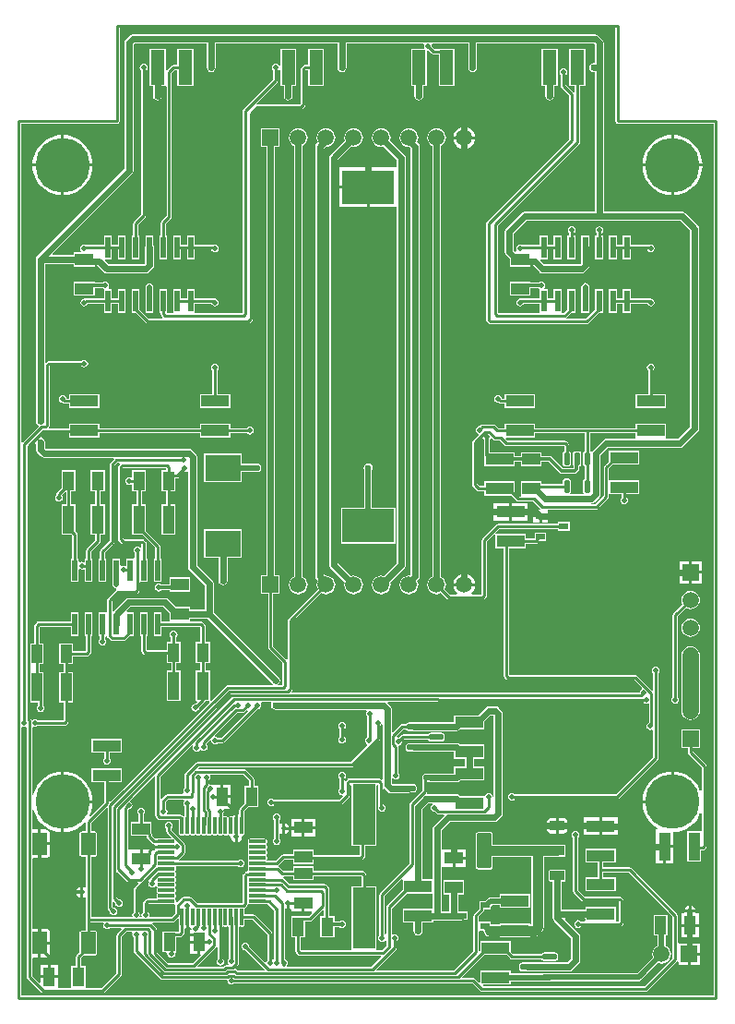
<source format=gbl>
G04*
G04 #@! TF.GenerationSoftware,Altium Limited,Altium Designer,20.1.8 (145)*
G04*
G04 Layer_Physical_Order=2*
G04 Layer_Color=16711680*
%FSLAX25Y25*%
%MOIN*%
G70*
G04*
G04 #@! TF.SameCoordinates,2B40AF7D-86F1-4858-AC96-1B89F3EF06F7*
G04*
G04*
G04 #@! TF.FilePolarity,Positive*
G04*
G01*
G75*
%ADD13C,0.01000*%
%ADD14R,0.10236X0.04331*%
%ADD15R,0.06693X0.04331*%
%ADD16R,0.05000X0.12520*%
%ADD28C,0.01102*%
%ADD29C,0.02362*%
%ADD30C,0.01181*%
%ADD31C,0.01968*%
%ADD32C,0.19685*%
%ADD33C,0.05906*%
%ADD34R,0.05906X0.05906*%
%ADD35R,0.05906X0.05906*%
%ADD36C,0.01968*%
%ADD37C,0.02362*%
G04:AMPARAMS|DCode=38|XSize=82.68mil|YSize=54.33mil|CornerRadius=4.08mil|HoleSize=0mil|Usage=FLASHONLY|Rotation=270.000|XOffset=0mil|YOffset=0mil|HoleType=Round|Shape=RoundedRectangle|*
%AMROUNDEDRECTD38*
21,1,0.08268,0.04618,0,0,270.0*
21,1,0.07453,0.05433,0,0,270.0*
1,1,0.00815,-0.02309,-0.03726*
1,1,0.00815,-0.02309,0.03726*
1,1,0.00815,0.02309,0.03726*
1,1,0.00815,0.02309,-0.03726*
%
%ADD38ROUNDEDRECTD38*%
%ADD39R,0.04331X0.10236*%
%ADD40R,0.18819X0.12402*%
%ADD41R,0.02000X0.07800*%
%ADD42R,0.12992X0.09449*%
G04:AMPARAMS|DCode=43|XSize=51.18mil|YSize=23.23mil|CornerRadius=5.81mil|HoleSize=0mil|Usage=FLASHONLY|Rotation=180.000|XOffset=0mil|YOffset=0mil|HoleType=Round|Shape=RoundedRectangle|*
%AMROUNDEDRECTD43*
21,1,0.05118,0.01161,0,0,180.0*
21,1,0.03957,0.02323,0,0,180.0*
1,1,0.01161,-0.01978,0.00581*
1,1,0.01161,0.01978,0.00581*
1,1,0.01161,0.01978,-0.00581*
1,1,0.01161,-0.01978,-0.00581*
%
%ADD43ROUNDEDRECTD43*%
%ADD44R,0.08300X0.22000*%
G04:AMPARAMS|DCode=45|XSize=127.56mil|YSize=51.58mil|CornerRadius=3.87mil|HoleSize=0mil|Usage=FLASHONLY|Rotation=270.000|XOffset=0mil|YOffset=0mil|HoleType=Round|Shape=RoundedRectangle|*
%AMROUNDEDRECTD45*
21,1,0.12756,0.04384,0,0,270.0*
21,1,0.11982,0.05158,0,0,270.0*
1,1,0.00774,-0.02192,-0.05991*
1,1,0.00774,-0.02192,0.05991*
1,1,0.00774,0.02192,0.05991*
1,1,0.00774,0.02192,-0.05991*
%
%ADD45ROUNDEDRECTD45*%
G04:AMPARAMS|DCode=46|XSize=36.61mil|YSize=51.58mil|CornerRadius=2.75mil|HoleSize=0mil|Usage=FLASHONLY|Rotation=270.000|XOffset=0mil|YOffset=0mil|HoleType=Round|Shape=RoundedRectangle|*
%AMROUNDEDRECTD46*
21,1,0.03661,0.04608,0,0,270.0*
21,1,0.03112,0.05158,0,0,270.0*
1,1,0.00549,-0.02304,-0.01556*
1,1,0.00549,-0.02304,0.01556*
1,1,0.00549,0.02304,0.01556*
1,1,0.00549,0.02304,-0.01556*
%
%ADD46ROUNDEDRECTD46*%
G04:AMPARAMS|DCode=47|XSize=11.02mil|YSize=61.42mil|CornerRadius=2.76mil|HoleSize=0mil|Usage=FLASHONLY|Rotation=180.000|XOffset=0mil|YOffset=0mil|HoleType=Round|Shape=RoundedRectangle|*
%AMROUNDEDRECTD47*
21,1,0.01102,0.05591,0,0,180.0*
21,1,0.00551,0.06142,0,0,180.0*
1,1,0.00551,-0.00276,0.02795*
1,1,0.00551,0.00276,0.02795*
1,1,0.00551,0.00276,-0.02795*
1,1,0.00551,-0.00276,-0.02795*
%
%ADD47ROUNDEDRECTD47*%
G04:AMPARAMS|DCode=48|XSize=11.02mil|YSize=61.42mil|CornerRadius=2.76mil|HoleSize=0mil|Usage=FLASHONLY|Rotation=90.000|XOffset=0mil|YOffset=0mil|HoleType=Round|Shape=RoundedRectangle|*
%AMROUNDEDRECTD48*
21,1,0.01102,0.05591,0,0,90.0*
21,1,0.00551,0.06142,0,0,90.0*
1,1,0.00551,0.02795,0.00276*
1,1,0.00551,0.02795,-0.00276*
1,1,0.00551,-0.02795,-0.00276*
1,1,0.00551,-0.02795,0.00276*
%
%ADD48ROUNDEDRECTD48*%
%ADD49R,0.04331X0.06693*%
%ADD50R,0.03347X0.02362*%
G04:AMPARAMS|DCode=51|XSize=47.64mil|YSize=23.23mil|CornerRadius=5.81mil|HoleSize=0mil|Usage=FLASHONLY|Rotation=270.000|XOffset=0mil|YOffset=0mil|HoleType=Round|Shape=RoundedRectangle|*
%AMROUNDEDRECTD51*
21,1,0.04764,0.01161,0,0,270.0*
21,1,0.03602,0.02323,0,0,270.0*
1,1,0.01161,-0.00581,-0.01801*
1,1,0.01161,-0.00581,0.01801*
1,1,0.01161,0.00581,0.01801*
1,1,0.01161,0.00581,-0.01801*
%
%ADD51ROUNDEDRECTD51*%
%ADD52C,0.02000*%
%ADD53C,0.03543*%
%ADD54C,0.05906*%
G36*
X315876Y500748D02*
X315946Y500399D01*
X316143Y500104D01*
X316439Y499906D01*
X316787Y499837D01*
X351309D01*
Y185124D01*
X101163D01*
Y281964D01*
X101663Y282231D01*
X101707Y282202D01*
X102244Y282095D01*
X102659Y282178D01*
X103159Y281899D01*
Y191929D01*
X103229Y191580D01*
X103426Y191285D01*
X108356Y186356D01*
X108651Y186158D01*
X109000Y186089D01*
X130500D01*
X130849Y186158D01*
X131144Y186356D01*
X137144Y192356D01*
X137342Y192651D01*
X137411Y193000D01*
Y206623D01*
X138984Y208195D01*
X141081D01*
X141151Y208063D01*
X141296Y207695D01*
X141203Y207228D01*
X141310Y206691D01*
X141614Y206235D01*
X141697Y206180D01*
Y201204D01*
X141766Y200855D01*
X141964Y200559D01*
X151348Y191175D01*
X151644Y190977D01*
X151993Y190908D01*
X175166D01*
X175595Y190500D01*
X175702Y189962D01*
X176006Y189506D01*
X176462Y189202D01*
X177000Y189095D01*
X177538Y189202D01*
X177994Y189506D01*
X178048Y189589D01*
X264204D01*
X266937Y186856D01*
X267232Y186658D01*
X267581Y186589D01*
X326893D01*
X327241Y186658D01*
X327537Y186856D01*
X338126Y197445D01*
X338204Y197441D01*
X338626Y197284D01*
Y196126D01*
X342079D01*
Y200079D01*
Y204031D01*
X338911D01*
X338626Y204032D01*
X338411Y204443D01*
Y214000D01*
X338342Y214349D01*
X338144Y214644D01*
X321644Y231144D01*
X321349Y231342D01*
X321000Y231411D01*
X311411D01*
Y233126D01*
X316012D01*
Y238244D01*
X304988D01*
Y233126D01*
X309589D01*
Y230500D01*
Y227874D01*
X304988D01*
Y222756D01*
X316012D01*
Y227874D01*
X311411D01*
Y229589D01*
X320623D01*
X336589Y213623D01*
Y198485D01*
X326515Y188411D01*
X268106D01*
X267940Y188626D01*
X268185Y189126D01*
X278012D01*
Y190317D01*
X289593D01*
X289677Y190261D01*
X290057Y190186D01*
X294014D01*
X294394Y190261D01*
X294534Y190355D01*
X324260D01*
X324797Y190462D01*
X325253Y190766D01*
X331422Y196936D01*
X331705Y196818D01*
X332579Y196704D01*
X333452Y196818D01*
X334266Y197156D01*
X334965Y197692D01*
X335502Y198391D01*
X335839Y199205D01*
X335954Y200079D01*
X335839Y200952D01*
X335502Y201766D01*
X334965Y202466D01*
X334266Y203002D01*
X333984Y203119D01*
Y206760D01*
X334744D01*
Y214240D01*
X329626D01*
Y206760D01*
X331174D01*
Y203119D01*
X330891Y203002D01*
X330192Y202466D01*
X329656Y201766D01*
X329318Y200952D01*
X329204Y200079D01*
X329318Y199205D01*
X329436Y198923D01*
X323678Y193165D01*
X294534D01*
X294394Y193258D01*
X294014Y193334D01*
X290057D01*
X289677Y193258D01*
X289481Y193127D01*
X278012D01*
Y194244D01*
X266988D01*
Y190035D01*
X266526Y189843D01*
X265225Y191144D01*
X264930Y191342D01*
X264581Y191411D01*
X260585D01*
X260394Y191873D01*
X268277Y199756D01*
X276723D01*
X277883Y198596D01*
X278179Y198398D01*
X278528Y198329D01*
X289129D01*
X289139Y198279D01*
X289355Y197957D01*
X289677Y197742D01*
X290057Y197666D01*
X294014D01*
X294394Y197742D01*
X294716Y197957D01*
X294932Y198279D01*
X295007Y198660D01*
Y199821D01*
X294932Y200201D01*
X294716Y200523D01*
X294394Y200739D01*
X294014Y200814D01*
X290057D01*
X289677Y200739D01*
X289355Y200523D01*
X289139Y200201D01*
X289129Y200151D01*
X278905D01*
X278012Y201045D01*
Y204874D01*
X266988D01*
Y201452D01*
X266911Y201403D01*
X266411Y201680D01*
Y208290D01*
X266665Y208685D01*
X266911Y208685D01*
X268036D01*
X268115Y208606D01*
X268267Y207840D01*
X268746Y207124D01*
X269462Y206645D01*
X270307Y206477D01*
X273988D01*
Y206126D01*
X285012D01*
Y206477D01*
X286631D01*
X287476Y206645D01*
X288192Y207124D01*
X289345Y208277D01*
X289824Y208993D01*
X289992Y209838D01*
Y235292D01*
X292385D01*
X292534Y235262D01*
X297143D01*
X297403Y235314D01*
X297624Y235462D01*
X297772Y235683D01*
X297824Y235944D01*
Y239056D01*
X297772Y239317D01*
X297624Y239538D01*
X297403Y239686D01*
X297143Y239738D01*
X292534D01*
X292385Y239708D01*
X271488D01*
Y243491D01*
X271427Y243796D01*
X271255Y244054D01*
X270996Y244226D01*
X270692Y244287D01*
X266308D01*
X266003Y244226D01*
X265745Y244054D01*
X265573Y243796D01*
X265512Y243491D01*
Y231509D01*
X265573Y231204D01*
X265745Y230946D01*
X266003Y230774D01*
X266308Y230713D01*
X270692D01*
X270996Y230774D01*
X271255Y230946D01*
X271427Y231204D01*
X271488Y231509D01*
Y235292D01*
X285576D01*
Y210893D01*
X285012D01*
Y211244D01*
X273988D01*
Y210893D01*
X270799D01*
Y211835D01*
X268887D01*
X268732Y211865D01*
X268577Y211835D01*
X266665Y211835D01*
X266411Y212229D01*
Y213638D01*
X268203Y215430D01*
X268401Y215726D01*
X268470Y216075D01*
Y216165D01*
X270799D01*
Y217328D01*
X271381Y217910D01*
X273988D01*
Y216756D01*
X285012D01*
Y221874D01*
X273988D01*
Y220720D01*
X270799D01*
X270262Y220613D01*
X269806Y220308D01*
X268812Y219315D01*
X266665D01*
Y217147D01*
X266648Y217059D01*
Y216452D01*
X264856Y214660D01*
X264658Y214365D01*
X264589Y214016D01*
Y201377D01*
X257410Y194199D01*
X229538D01*
X229347Y194660D01*
X236644Y201958D01*
X236842Y202254D01*
X236911Y202602D01*
Y204952D01*
X236994Y205007D01*
X237298Y205462D01*
X237405Y206000D01*
X237298Y206538D01*
X236994Y206993D01*
X236538Y207298D01*
X236000Y207405D01*
X235462Y207298D01*
X234963Y207566D01*
Y216676D01*
X240358Y222071D01*
X249894D01*
Y216559D01*
X238995D01*
Y211441D01*
X242901D01*
Y208493D01*
X243024Y207878D01*
X243372Y207358D01*
X243390Y207346D01*
X243401Y207328D01*
X243922Y206980D01*
X244537Y206858D01*
X245151Y206980D01*
X245672Y207328D01*
X246020Y207849D01*
X246142Y208463D01*
X246113Y208612D01*
Y211441D01*
X250019D01*
Y212394D01*
X251296D01*
X251296Y212394D01*
X251296Y212394D01*
X260268D01*
X260423Y212425D01*
X262335D01*
Y215575D01*
X260423D01*
X260268Y215606D01*
X259106D01*
Y221626D01*
X261240D01*
Y226744D01*
X253760D01*
Y221626D01*
X255894D01*
Y215606D01*
X253106D01*
Y231170D01*
X253154Y231650D01*
X253606Y231650D01*
X257000D01*
Y234815D01*
Y237980D01*
X253606D01*
X253154Y237980D01*
X253106Y238460D01*
Y244835D01*
X256165Y247894D01*
X272116D01*
X272116Y247894D01*
X272731Y248017D01*
X273252Y248365D01*
X274635Y249748D01*
X274635Y249748D01*
X274983Y250269D01*
X275106Y250884D01*
X275106Y250884D01*
Y286925D01*
X274983Y287540D01*
X274635Y288061D01*
X274635Y288061D01*
X273786Y288910D01*
X273635Y289135D01*
X273114Y289483D01*
X272500Y289606D01*
X270138D01*
X270138Y289606D01*
X269523Y289483D01*
X269002Y289135D01*
X266241Y286374D01*
X257488D01*
Y283846D01*
X242965D01*
X242807Y283814D01*
X240986D01*
X240606Y283739D01*
X240284Y283523D01*
X240070Y283204D01*
X238805D01*
X238436Y283130D01*
X238124Y282921D01*
X235402Y280200D01*
X234940Y280391D01*
Y288616D01*
X234940Y288616D01*
X234818Y289231D01*
X234470Y289752D01*
X234470Y289752D01*
X233558Y290664D01*
X233765Y291164D01*
X251443D01*
X251452Y291158D01*
X251800Y291089D01*
X325952D01*
X326007Y291007D01*
X326462Y290702D01*
X327000Y290595D01*
X327467Y290688D01*
X327835Y290543D01*
X327967Y290473D01*
Y283708D01*
X327962Y283707D01*
X327507Y283403D01*
X327202Y282947D01*
X327095Y282410D01*
X327202Y281872D01*
X327507Y281416D01*
X327962Y281112D01*
X328500Y281005D01*
X329038Y281112D01*
X329089Y281146D01*
X329589Y280878D01*
Y271377D01*
X316123Y257911D01*
X279548D01*
X279493Y257993D01*
X279038Y258298D01*
X278500Y258405D01*
X277962Y258298D01*
X277507Y257993D01*
X277202Y257538D01*
X277095Y257000D01*
X277202Y256462D01*
X277507Y256007D01*
X277962Y255702D01*
X278500Y255595D01*
X279038Y255702D01*
X279493Y256007D01*
X279548Y256089D01*
X316500D01*
X316849Y256158D01*
X317144Y256356D01*
X331144Y270356D01*
X331342Y270651D01*
X331411Y271000D01*
Y301452D01*
X331493Y301507D01*
X331798Y301962D01*
X331905Y302500D01*
X331798Y303038D01*
X331493Y303493D01*
X331038Y303798D01*
X330500Y303905D01*
X329962Y303798D01*
X329507Y303493D01*
X329202Y303038D01*
X329095Y302500D01*
X329202Y301962D01*
X329507Y301507D01*
X329589Y301452D01*
Y295563D01*
X329089Y295356D01*
X323800Y300644D01*
X323504Y300842D01*
X323156Y300911D01*
X277463D01*
X277411Y300963D01*
Y346626D01*
X283512D01*
Y348274D01*
X287009D01*
X287357Y348343D01*
X287653Y348541D01*
X288239Y349127D01*
X288278Y349185D01*
X290835D01*
Y352335D01*
X286701D01*
Y350167D01*
X286701Y350166D01*
X286631Y350096D01*
X283512D01*
Y351744D01*
X272890D01*
X272740Y351744D01*
X272533Y352244D01*
X273877Y353589D01*
X295165D01*
Y352925D01*
X299299D01*
Y356075D01*
X295165D01*
Y355411D01*
X273500D01*
X273151Y355342D01*
X272856Y355144D01*
X267856Y350144D01*
X267658Y349849D01*
X267589Y349500D01*
Y329963D01*
X267537Y329911D01*
X263971D01*
X263801Y330411D01*
X264055Y330606D01*
X264689Y331432D01*
X265087Y332393D01*
X265157Y332925D01*
X257315D01*
X257385Y332393D01*
X257784Y331432D01*
X258417Y330606D01*
X258671Y330411D01*
X258501Y329911D01*
X256039D01*
X254175Y331775D01*
X254497Y332552D01*
X254611Y333425D01*
X254497Y334299D01*
X254159Y335113D01*
X253623Y335812D01*
X252924Y336348D01*
X252842Y336382D01*
Y491885D01*
X252924Y491919D01*
X253623Y492456D01*
X254159Y493155D01*
X254497Y493969D01*
X254611Y494842D01*
X254497Y495716D01*
X254159Y496530D01*
X253623Y497229D01*
X252924Y497766D01*
X252110Y498103D01*
X251236Y498218D01*
X250363Y498103D01*
X249549Y497766D01*
X248850Y497229D01*
X248313Y496530D01*
X247976Y495716D01*
X247861Y494842D01*
X247976Y493969D01*
X248313Y493155D01*
X248850Y492456D01*
X249549Y491919D01*
X249630Y491885D01*
Y336382D01*
X249549Y336348D01*
X248850Y335812D01*
X248313Y335113D01*
X247976Y334299D01*
X247861Y333425D01*
X247976Y332552D01*
X248313Y331737D01*
X248850Y331038D01*
X249549Y330502D01*
X250363Y330165D01*
X251236Y330050D01*
X252110Y330165D01*
X252886Y330486D01*
X255017Y328356D01*
X255313Y328158D01*
X255661Y328089D01*
X267914D01*
X268263Y328158D01*
X268559Y328356D01*
X269144Y328941D01*
X269342Y329237D01*
X269411Y329586D01*
Y349123D01*
X271988Y351699D01*
X272488Y351492D01*
X272488Y351348D01*
Y346626D01*
X275589D01*
Y300586D01*
X275658Y300237D01*
X275856Y299941D01*
X276442Y299356D01*
X276737Y299158D01*
X277086Y299089D01*
X322778D01*
X325604Y296264D01*
X325560Y296120D01*
X325402Y295758D01*
X325007Y295493D01*
X324702Y295038D01*
X324595Y294500D01*
X324522Y294411D01*
X198874D01*
X198682Y294873D01*
X198932Y295123D01*
X199129Y295418D01*
X199199Y295767D01*
Y320099D01*
X209586Y330486D01*
X210363Y330165D01*
X211236Y330050D01*
X212110Y330165D01*
X212924Y330502D01*
X213623Y331038D01*
X214159Y331737D01*
X214496Y332552D01*
X214612Y333425D01*
X214496Y334299D01*
X214159Y335113D01*
X213623Y335812D01*
X212924Y336348D01*
X212110Y336685D01*
X211236Y336801D01*
X211048Y336776D01*
X210578Y337246D01*
Y491022D01*
X211048Y491492D01*
X211236Y491467D01*
X212110Y491582D01*
X212924Y491919D01*
X213623Y492456D01*
X214159Y493155D01*
X214496Y493969D01*
X214612Y494842D01*
X214496Y495716D01*
X214159Y496530D01*
X213623Y497229D01*
X212924Y497766D01*
X212110Y498103D01*
X211236Y498218D01*
X210363Y498103D01*
X209548Y497766D01*
X208850Y497229D01*
X208313Y496530D01*
X207976Y495716D01*
X207861Y494842D01*
X207976Y493969D01*
X208271Y493257D01*
X207837Y492823D01*
X207489Y492302D01*
X207367Y491687D01*
X207367Y491687D01*
Y336581D01*
X207367Y336581D01*
X207489Y335966D01*
X207837Y335445D01*
X208271Y335011D01*
X207976Y334299D01*
X207861Y333425D01*
X207976Y332552D01*
X208297Y331775D01*
X197643Y321121D01*
X197446Y320825D01*
X197376Y320476D01*
Y306620D01*
X196876Y306412D01*
X192147Y311141D01*
Y330079D01*
X194583D01*
Y336772D01*
X192842D01*
Y491496D01*
X194583D01*
Y498189D01*
X187890D01*
Y491496D01*
X189630D01*
Y336772D01*
X187890D01*
Y330079D01*
X190325D01*
Y310764D01*
X190394Y310415D01*
X190592Y310120D01*
X195589Y305123D01*
Y297251D01*
X195537Y297199D01*
X194039D01*
X193887Y297699D01*
X194135Y297865D01*
X194483Y298386D01*
X194606Y299000D01*
X194483Y299614D01*
X194135Y300135D01*
X194135Y300135D01*
X170606Y323665D01*
Y334000D01*
X170483Y334614D01*
X170135Y335135D01*
X164606Y340665D01*
Y379616D01*
X164606Y379616D01*
X164483Y380231D01*
X164135Y380752D01*
X164135Y380752D01*
X162752Y382135D01*
X162231Y382483D01*
X161616Y382606D01*
X161616Y382606D01*
X110049D01*
X109606Y383049D01*
Y385000D01*
X109483Y385614D01*
X109135Y386135D01*
X108615Y386483D01*
X108556Y386495D01*
X108392Y387037D01*
X109475Y388120D01*
X118362D01*
Y386575D01*
X129386D01*
Y388223D01*
X165606D01*
Y386575D01*
X176630D01*
Y388223D01*
X182585D01*
X182640Y388140D01*
X183096Y387836D01*
X183634Y387729D01*
X184171Y387836D01*
X184627Y388140D01*
X184932Y388596D01*
X185039Y389134D01*
X184932Y389671D01*
X184627Y390127D01*
X184171Y390432D01*
X183634Y390539D01*
X183096Y390432D01*
X182640Y390127D01*
X182585Y390045D01*
X176630D01*
Y391693D01*
X165606D01*
Y390045D01*
X129386D01*
Y391693D01*
X118362D01*
Y389943D01*
X111332D01*
X111244Y390156D01*
X111175Y390443D01*
X111342Y390693D01*
X111411Y391041D01*
Y412411D01*
X111463Y412463D01*
X122826D01*
X122880Y412381D01*
X123336Y412076D01*
X123874Y411969D01*
X124412Y412076D01*
X124867Y412381D01*
X125172Y412836D01*
X125279Y413374D01*
X125172Y413912D01*
X124867Y414367D01*
X124412Y414672D01*
X123874Y414779D01*
X123336Y414672D01*
X122880Y414367D01*
X122826Y414285D01*
X111086D01*
X110737Y414216D01*
X110442Y414018D01*
X110106Y413683D01*
X109606Y413890D01*
Y449394D01*
X120134D01*
Y448386D01*
X127614D01*
Y448781D01*
X128449D01*
X130865Y446365D01*
X130865Y446365D01*
X131386Y446017D01*
X132000Y445894D01*
X146112D01*
X146112Y445894D01*
X146727Y446017D01*
X147248Y446365D01*
X148631Y447748D01*
X148631Y447748D01*
X148979Y448269D01*
X149102Y448884D01*
X149102Y448884D01*
Y455330D01*
X148979Y455944D01*
X148890Y456079D01*
Y459624D01*
X146102D01*
Y456079D01*
X146013Y455944D01*
X145890Y455330D01*
Y449549D01*
X145447Y449106D01*
X132665D01*
X131234Y450536D01*
X131442Y451036D01*
X133890D01*
Y454419D01*
X136102D01*
Y451036D01*
X138890D01*
Y459624D01*
X136102D01*
Y456241D01*
X133890D01*
Y459624D01*
X131102D01*
Y456241D01*
X124351D01*
X124277Y456226D01*
X123874Y456307D01*
X123336Y456200D01*
X122880Y455895D01*
X122576Y455439D01*
X122469Y454902D01*
X122576Y454364D01*
X122816Y454004D01*
X122704Y453658D01*
X122595Y453504D01*
X120134D01*
Y452606D01*
X112530D01*
X112338Y453068D01*
X141135Y481865D01*
X141135Y481865D01*
X141483Y482385D01*
X141606Y483000D01*
Y528451D01*
X142049Y528894D01*
X168162D01*
Y520189D01*
X168284Y519574D01*
X168632Y519054D01*
X169153Y518706D01*
X169768Y518583D01*
X170382Y518706D01*
X170903Y519054D01*
X171251Y519574D01*
X171373Y520189D01*
Y528894D01*
X215406D01*
Y520189D01*
X215528Y519574D01*
X215876Y519054D01*
X216397Y518706D01*
X217012Y518583D01*
X217626Y518706D01*
X218147Y519054D01*
X218495Y519574D01*
X218618Y520189D01*
Y528894D01*
X246546D01*
X246807Y528394D01*
X246717Y527941D01*
X246824Y527403D01*
X246865Y527343D01*
X246597Y526843D01*
X241961D01*
Y513535D01*
X243177D01*
Y510000D01*
X243299Y509385D01*
X243647Y508865D01*
X244168Y508517D01*
X244782Y508394D01*
X245397Y508517D01*
X245918Y508865D01*
X246266Y509385D01*
X246388Y510000D01*
Y513535D01*
X247748D01*
Y526229D01*
X247949Y526394D01*
X248248Y526463D01*
X249407Y525305D01*
X249702Y525107D01*
X250051Y525038D01*
X251961D01*
Y513535D01*
X257748D01*
Y526843D01*
X252942D01*
X252854Y526860D01*
X250428D01*
X249497Y527791D01*
X249527Y527941D01*
X249437Y528394D01*
X249698Y528894D01*
X262650D01*
Y520189D01*
X262773Y519574D01*
X263121Y519054D01*
X263642Y518706D01*
X264256Y518583D01*
X264871Y518706D01*
X265391Y519054D01*
X265739Y519574D01*
X265862Y520189D01*
Y528894D01*
X307938D01*
X308382Y528451D01*
Y521795D01*
X307957D01*
X307342Y521672D01*
X306821Y521324D01*
X306473Y520803D01*
X306351Y520189D01*
X306473Y519574D01*
X306821Y519054D01*
X307342Y518706D01*
X307957Y518583D01*
X308394D01*
Y468106D01*
X283000D01*
X282385Y467983D01*
X281865Y467635D01*
X281865Y467635D01*
X276365Y462135D01*
X276017Y461615D01*
X275894Y461000D01*
X275894Y461000D01*
Y453618D01*
X275894Y453618D01*
X276017Y453004D01*
X276365Y452483D01*
X277614Y451233D01*
Y448386D01*
X285094D01*
Y448781D01*
X285929D01*
X288345Y446365D01*
X288345Y446365D01*
X288866Y446017D01*
X289480Y445894D01*
X303593D01*
X303593Y445894D01*
X304207Y446017D01*
X304728Y446365D01*
X306112Y447748D01*
X306112Y447748D01*
X306460Y448269D01*
X306582Y448884D01*
X306582Y448884D01*
Y455330D01*
X306460Y455944D01*
X306370Y456079D01*
Y459624D01*
X303583D01*
Y456079D01*
X303493Y455944D01*
X303371Y455330D01*
Y449549D01*
X302928Y449106D01*
X290145D01*
X288715Y450536D01*
X288922Y451036D01*
X291370D01*
Y454419D01*
X293583D01*
Y451036D01*
X296370D01*
Y459624D01*
X293583D01*
Y456241D01*
X291370D01*
Y459624D01*
X288583D01*
Y456241D01*
X281832D01*
X281757Y456226D01*
X281354Y456307D01*
X280817Y456200D01*
X280361Y455895D01*
X280056Y455439D01*
X279949Y454902D01*
X280056Y454364D01*
X280087Y454318D01*
X279885Y453724D01*
X279839Y453708D01*
X279654Y453735D01*
X279106Y454283D01*
Y460335D01*
X283665Y464894D01*
X339335D01*
X342894Y461335D01*
Y390665D01*
X338335Y386106D01*
X334185D01*
X334110Y386575D01*
X334110D01*
Y391693D01*
X323087D01*
Y390045D01*
X286866D01*
Y391693D01*
X275842D01*
Y390045D01*
X273374D01*
X272338Y391081D01*
X272042Y391279D01*
X271693Y391348D01*
X267875D01*
X267527Y391279D01*
X267231Y391081D01*
X266899Y390750D01*
X266761Y390777D01*
X266224Y390670D01*
X265768Y390366D01*
X265463Y389910D01*
X265356Y389372D01*
X265463Y388835D01*
X265768Y388379D01*
X266164Y388115D01*
X266321Y387752D01*
X266365Y387609D01*
X264356Y385599D01*
X264158Y385304D01*
X264089Y384955D01*
Y369500D01*
X264158Y369151D01*
X264356Y368856D01*
X265671Y367541D01*
X265966Y367343D01*
X266315Y367274D01*
X268488D01*
Y365626D01*
X278223D01*
X280021Y363828D01*
X280317Y363631D01*
X280665Y363561D01*
X286150D01*
X288790Y360921D01*
X288741Y360656D01*
X288606Y360421D01*
X286094D01*
Y358740D01*
X288768D01*
X291441D01*
Y360421D01*
X291872Y360589D01*
X308934D01*
X309283Y360658D01*
X309578Y360856D01*
X313219Y364496D01*
X313417Y364792D01*
X313486Y365141D01*
Y365627D01*
X313488Y366126D01*
X313986Y366126D01*
X318089D01*
Y365048D01*
X318007Y364993D01*
X317702Y364538D01*
X317595Y364000D01*
X317702Y363462D01*
X318007Y363007D01*
X318462Y362702D01*
X319000Y362595D01*
X319538Y362702D01*
X319993Y363007D01*
X320298Y363462D01*
X320405Y364000D01*
X320298Y364538D01*
X319993Y364993D01*
X319911Y365048D01*
Y366126D01*
X324512D01*
Y371244D01*
X313986D01*
X313488Y371244D01*
X313486Y371743D01*
Y375465D01*
X314777Y376756D01*
X324512D01*
Y381874D01*
X313488D01*
Y378045D01*
X311930Y376487D01*
X311733Y376191D01*
X311664Y375842D01*
Y365518D01*
X308557Y362411D01*
X307302D01*
X307253Y362911D01*
X307783Y363017D01*
X308304Y363365D01*
X310005Y365067D01*
X310353Y365587D01*
X310476Y366202D01*
X310476Y366202D01*
Y380205D01*
X313165Y382894D01*
X339000D01*
X339000Y382894D01*
X339615Y383017D01*
X340135Y383365D01*
X345635Y388865D01*
X345635Y388865D01*
X345983Y389386D01*
X346106Y390000D01*
Y462000D01*
X345983Y462614D01*
X345635Y463135D01*
X341135Y467635D01*
X340615Y467983D01*
X340000Y468106D01*
X340000Y468106D01*
X311606D01*
Y520176D01*
X311606Y520176D01*
X311593Y520241D01*
Y529116D01*
X311593Y529116D01*
X311471Y529731D01*
X311122Y530252D01*
X311122Y530252D01*
X309739Y531635D01*
X309218Y531983D01*
X308603Y532106D01*
X308603Y532106D01*
X141384D01*
X141384Y532106D01*
X140769Y531983D01*
X140248Y531635D01*
X140248Y531635D01*
X138865Y530252D01*
X138517Y529731D01*
X138394Y529116D01*
X138394Y529116D01*
Y483665D01*
X106865Y452135D01*
X106517Y451615D01*
X106394Y451000D01*
X106394Y451000D01*
Y392530D01*
X106517Y391916D01*
X106865Y391395D01*
X107242Y391143D01*
X107383Y390577D01*
X101663Y384857D01*
X101365Y384921D01*
X101163Y385046D01*
Y499837D01*
X135685D01*
X136034Y499906D01*
X136329Y500104D01*
X136527Y500399D01*
X136596Y500748D01*
Y534482D01*
X315876D01*
Y500748D01*
D02*
G37*
G36*
X323087Y386575D02*
X323087D01*
X323012Y386106D01*
X312500D01*
X312500Y386106D01*
X311886Y385983D01*
X311365Y385635D01*
X311365Y385635D01*
X307735Y382006D01*
X307539Y381713D01*
X307014Y381604D01*
X306651Y381856D01*
Y388223D01*
X323087D01*
Y386575D01*
D02*
G37*
G36*
X304829Y381670D02*
X304779Y381660D01*
X304457Y381445D01*
X304242Y381122D01*
X304166Y380742D01*
Y377140D01*
X304242Y376760D01*
X304457Y376437D01*
X304779Y376222D01*
X304829Y376212D01*
Y371788D01*
X304779Y371778D01*
X304457Y371563D01*
X304242Y371240D01*
X304166Y370860D01*
Y367258D01*
X304242Y366878D01*
X304423Y366606D01*
X304365Y366374D01*
X304230Y366106D01*
X299770D01*
X299635Y366374D01*
X299577Y366606D01*
X299758Y366878D01*
X299834Y367258D01*
Y370860D01*
X299758Y371240D01*
X299543Y371563D01*
X299221Y371778D01*
X298840Y371854D01*
X297679D01*
X297299Y371778D01*
X296977Y371563D01*
X296761Y371240D01*
X296686Y370860D01*
Y369970D01*
X289240D01*
Y370744D01*
X281760D01*
Y365626D01*
X281360Y365384D01*
X281043D01*
X279512Y366915D01*
Y370744D01*
X268488D01*
Y369096D01*
X266692D01*
X265911Y369877D01*
Y384578D01*
X267709Y386375D01*
X267852Y386332D01*
X268215Y386174D01*
X268469Y385793D01*
Y380390D01*
X268488Y380293D01*
Y376256D01*
X279512D01*
Y377812D01*
X281760D01*
Y376256D01*
X289240D01*
Y377812D01*
X291837D01*
X295858Y373790D01*
X296183Y373573D01*
X296567Y373497D01*
X301164D01*
X301548Y373573D01*
X301873Y373790D01*
X302565Y374482D01*
X302783Y374808D01*
X302859Y375192D01*
Y376202D01*
X302961Y376222D01*
X303283Y376437D01*
X303499Y376760D01*
X303574Y377140D01*
Y380742D01*
X303499Y381122D01*
X303283Y381445D01*
X302961Y381660D01*
X302581Y381736D01*
X301419D01*
X301039Y381660D01*
X300717Y381445D01*
X300501Y381122D01*
X300426Y380742D01*
Y377140D01*
X300501Y376760D01*
X300717Y376437D01*
X300852Y376347D01*
Y375608D01*
X300748Y375503D01*
X296983D01*
X292962Y379525D01*
X292636Y379742D01*
X292252Y379819D01*
X289240D01*
Y381374D01*
X281760D01*
Y379819D01*
X279512D01*
Y381374D01*
X270476D01*
Y385793D01*
X270730Y386174D01*
X271093Y386332D01*
X271236Y386375D01*
X271756Y385856D01*
X272051Y385658D01*
X272400Y385589D01*
X274123D01*
X275856Y383856D01*
X276151Y383658D01*
X276500Y383589D01*
X297297D01*
X297349Y383537D01*
Y381670D01*
X297299Y381660D01*
X296977Y381445D01*
X296761Y381122D01*
X296686Y380742D01*
Y377140D01*
X296761Y376760D01*
X296977Y376437D01*
X297299Y376222D01*
X297679Y376146D01*
X298840D01*
X299221Y376222D01*
X299543Y376437D01*
X299758Y376760D01*
X299834Y377140D01*
Y380742D01*
X299758Y381122D01*
X299543Y381445D01*
X299221Y381660D01*
X299171Y381670D01*
Y383914D01*
X299102Y384263D01*
X298904Y384559D01*
X298318Y385144D01*
X298023Y385342D01*
X297674Y385411D01*
X276877D01*
X276214Y386075D01*
X276421Y386575D01*
X286866D01*
Y388223D01*
X304829D01*
Y381670D01*
D02*
G37*
G36*
X106394Y384333D02*
Y382384D01*
X106394Y382384D01*
X106517Y381769D01*
X106865Y381248D01*
X108248Y379865D01*
X108248Y379865D01*
X108769Y379517D01*
X109384Y379394D01*
X109384Y379394D01*
X134399D01*
X134606Y378894D01*
X133356Y377644D01*
X133158Y377349D01*
X133089Y377000D01*
Y349377D01*
X129856Y346144D01*
X129658Y345849D01*
X129589Y345500D01*
Y342994D01*
X129106D01*
Y334406D01*
X131894D01*
Y342994D01*
X131411D01*
Y345123D01*
X134644Y348356D01*
X134842Y348651D01*
X134911Y349000D01*
Y376623D01*
X135801Y377513D01*
X136466D01*
X136673Y377013D01*
X136356Y376695D01*
X136158Y376399D01*
X136089Y376051D01*
Y350000D01*
X136158Y349651D01*
X136356Y349356D01*
X137356Y348356D01*
X137651Y348158D01*
X138000Y348089D01*
X144537D01*
X144589Y348037D01*
Y347002D01*
X144089Y346851D01*
X143993Y346993D01*
X143538Y347298D01*
X143000Y347405D01*
X142462Y347298D01*
X142007Y346993D01*
X141702Y346538D01*
X141595Y346000D01*
X141702Y345462D01*
X142007Y345007D01*
X142089Y344952D01*
Y343413D01*
X141894Y342994D01*
X141589Y342994D01*
X139106D01*
Y340519D01*
X138606Y340252D01*
X138538Y340298D01*
X138000Y340405D01*
X137462Y340298D01*
X137394Y340252D01*
X136894Y340519D01*
Y342994D01*
X134106D01*
Y338838D01*
X134079Y338700D01*
Y333668D01*
X134071Y333630D01*
X134178Y333092D01*
X134483Y332636D01*
X134939Y332332D01*
X135360Y332248D01*
X135502Y331866D01*
X135510Y331747D01*
X135356Y331644D01*
X132387Y328676D01*
X132190Y328380D01*
X132120Y328031D01*
Y324000D01*
X131894Y323594D01*
X131620Y323594D01*
X129106D01*
Y315006D01*
X129589D01*
Y314048D01*
X129507Y313993D01*
X129202Y313538D01*
X129095Y313000D01*
X129202Y312462D01*
X129507Y312007D01*
X129962Y311702D01*
X130500Y311595D01*
X131038Y311702D01*
X131493Y312007D01*
X131798Y312462D01*
X131905Y313000D01*
X131798Y313538D01*
X131493Y313993D01*
X131411Y314048D01*
Y314653D01*
X131640Y314882D01*
X131911Y314943D01*
X132119Y314761D01*
X132226Y314644D01*
X132387Y314404D01*
X133322Y313468D01*
X133618Y313271D01*
X133967Y313201D01*
X138213D01*
X138561Y313271D01*
X138857Y313468D01*
X140395Y315006D01*
X141894D01*
Y323594D01*
X139367D01*
X139160Y324094D01*
X140591Y325524D01*
X152461D01*
X154697Y323288D01*
X154697Y320441D01*
X154292Y320211D01*
X151894D01*
Y323594D01*
X149106D01*
Y315006D01*
X151894D01*
Y318389D01*
X165852D01*
X165904Y318337D01*
Y312740D01*
X164256D01*
Y305260D01*
X165904D01*
Y302512D01*
X164256D01*
Y291488D01*
X164497D01*
X164689Y291026D01*
X164125Y290463D01*
X163962Y290495D01*
X163425Y290388D01*
X162969Y290084D01*
X162664Y289628D01*
X162557Y289090D01*
X162664Y288553D01*
X162969Y288097D01*
X163425Y287792D01*
X163962Y287686D01*
X164500Y287792D01*
X164956Y288097D01*
X165261Y288553D01*
X165367Y289090D01*
X165361Y289122D01*
X167459Y291220D01*
X167639Y291488D01*
X168965D01*
X169172Y290988D01*
X133373Y255189D01*
X132911Y255381D01*
Y262126D01*
X137512D01*
Y267244D01*
X126488D01*
Y262126D01*
X131089D01*
Y254877D01*
X126122Y249910D01*
X125691Y250141D01*
X126344Y251718D01*
X126742Y253377D01*
X126837Y254579D01*
X116500D01*
Y244242D01*
X117701Y244337D01*
X119361Y244735D01*
X120938Y245388D01*
X122393Y246280D01*
X123690Y247388D01*
X124089Y247855D01*
X124589Y247670D01*
Y244457D01*
X123010D01*
X122697Y244394D01*
X122432Y244217D01*
X122255Y243952D01*
X122193Y243640D01*
Y236187D01*
X122255Y235874D01*
X122432Y235609D01*
X122697Y235432D01*
X123010Y235370D01*
X124467D01*
Y224508D01*
X123967Y224240D01*
X123774Y224369D01*
X123500Y224424D01*
Y222500D01*
Y220576D01*
X123774Y220631D01*
X123967Y220760D01*
X124467Y220492D01*
Y212797D01*
X124408Y212500D01*
Y208630D01*
X123010D01*
X122697Y208568D01*
X122432Y208391D01*
X122255Y208126D01*
X122193Y207813D01*
Y200832D01*
X121171Y199810D01*
X120973Y199514D01*
X120904Y199165D01*
Y195740D01*
X119256D01*
Y188260D01*
X118900Y187911D01*
X114350D01*
Y191500D01*
X111185D01*
X108020D01*
Y189922D01*
X107558Y189731D01*
X104982Y192307D01*
Y198609D01*
X105368Y198926D01*
X105372Y198925D01*
X107181D01*
Y204087D01*
Y209248D01*
X105372D01*
X105368Y209247D01*
X104982Y209564D01*
Y234436D01*
X105368Y234753D01*
X105372Y234752D01*
X107181D01*
Y239913D01*
Y245075D01*
X105372D01*
X105368Y245074D01*
X104982Y245391D01*
Y252385D01*
X105482Y252444D01*
X105656Y251718D01*
X106309Y250141D01*
X107201Y248686D01*
X108309Y247388D01*
X109607Y246280D01*
X111062Y245388D01*
X112639Y244735D01*
X114299Y244337D01*
X115500Y244242D01*
Y255079D01*
Y265915D01*
X114299Y265821D01*
X112639Y265423D01*
X111062Y264769D01*
X109607Y263878D01*
X108309Y262769D01*
X107201Y261472D01*
X106309Y260016D01*
X105656Y258440D01*
X105482Y257714D01*
X104982Y257773D01*
Y281922D01*
X105460Y282200D01*
X105482Y282198D01*
X106000Y282095D01*
X106538Y282202D01*
X106993Y282507D01*
X107048Y282589D01*
X116729D01*
X117078Y282658D01*
X117374Y282856D01*
X117959Y283441D01*
X118157Y283737D01*
X118226Y284086D01*
Y290988D01*
X119874D01*
Y302012D01*
X118226D01*
Y304760D01*
X119874D01*
Y307589D01*
X124914D01*
X125263Y307658D01*
X125558Y307856D01*
X126144Y308441D01*
X126342Y308737D01*
X126411Y309086D01*
Y315006D01*
X126894D01*
Y323594D01*
X124106D01*
Y315006D01*
X124589D01*
Y309463D01*
X124537Y309411D01*
X119874D01*
Y312240D01*
X114756D01*
Y304760D01*
X116404D01*
Y302012D01*
X114756D01*
Y290988D01*
X116404D01*
Y284463D01*
X116352Y284411D01*
X107048D01*
X106993Y284493D01*
X106538Y284798D01*
X106000Y284905D01*
X105462Y284798D01*
X105423Y284771D01*
X104964Y284627D01*
X104766Y284922D01*
X104537Y285151D01*
Y290988D01*
X107211D01*
Y290048D01*
X107129Y289993D01*
X106824Y289538D01*
X106717Y289000D01*
X106824Y288462D01*
X107129Y288007D01*
X107584Y287702D01*
X108122Y287595D01*
X108660Y287702D01*
X109116Y288007D01*
X109420Y288462D01*
X109527Y289000D01*
X109420Y289538D01*
X109116Y289993D01*
X109033Y290048D01*
Y290988D01*
X109244D01*
Y302012D01*
X107596D01*
Y304760D01*
X109244D01*
Y312240D01*
X107596D01*
Y318337D01*
X107648Y318389D01*
X119106D01*
Y315006D01*
X121894D01*
Y323594D01*
X119106D01*
Y320211D01*
X107271D01*
X106922Y320142D01*
X106626Y319944D01*
X106041Y319358D01*
X105843Y319063D01*
X105774Y318714D01*
Y312240D01*
X104537D01*
Y383183D01*
X105894Y384540D01*
X106394Y384333D01*
D02*
G37*
G36*
X153404Y375673D02*
Y374740D01*
X151756D01*
Y367260D01*
X153404D01*
Y362512D01*
X151756D01*
Y351488D01*
X156874D01*
Y362512D01*
X155226D01*
Y367260D01*
X156874D01*
Y371983D01*
X157395D01*
X157743Y372053D01*
X158039Y372250D01*
X159903Y374114D01*
X160000Y374095D01*
X160538Y374202D01*
X160894Y374440D01*
X161249Y374323D01*
X161394Y374219D01*
Y340000D01*
X161394Y340000D01*
X161517Y339386D01*
X161865Y338865D01*
X167394Y333335D01*
Y324606D01*
X162177D01*
Y325559D01*
X156968D01*
X154261Y328265D01*
X153740Y328613D01*
X153126Y328736D01*
X153126Y328736D01*
X139926D01*
X139925Y328736D01*
X139311Y328613D01*
X138790Y328265D01*
X134443Y323918D01*
X134135Y323986D01*
X133943Y324109D01*
Y327654D01*
X136377Y330089D01*
X142414D01*
X142763Y330158D01*
X143059Y330356D01*
X143644Y330942D01*
X143842Y331237D01*
X143911Y331586D01*
Y333987D01*
X144106Y334406D01*
X146894D01*
Y342994D01*
X146411D01*
Y348414D01*
X146342Y348763D01*
X146144Y349059D01*
X145559Y349644D01*
X145263Y349842D01*
X144914Y349911D01*
X138377D01*
X137911Y350377D01*
Y375673D01*
X137963Y375725D01*
X153352D01*
X153404Y375673D01*
D02*
G37*
G36*
X191865Y297865D02*
X191865Y297865D01*
X192113Y297699D01*
X192052Y297354D01*
X191961Y297199D01*
X175760D01*
X175411Y297129D01*
X175115Y296932D01*
X169874Y291690D01*
X169374Y291898D01*
Y302512D01*
X167726D01*
Y305260D01*
X169374D01*
Y312740D01*
X167726D01*
Y318714D01*
X167657Y319063D01*
X167459Y319358D01*
X166874Y319944D01*
X166578Y320142D01*
X166229Y320211D01*
X162582D01*
X162177Y320441D01*
X162177Y320711D01*
Y321394D01*
X168335D01*
X191865Y297865D01*
D02*
G37*
G36*
X191549Y290664D02*
X191517Y290615D01*
X191394Y290000D01*
X191517Y289386D01*
X191865Y288865D01*
X192385Y288517D01*
X193000Y288394D01*
X225726D01*
X225847Y288217D01*
X225948Y287894D01*
X225702Y287527D01*
X225595Y286989D01*
X225702Y286451D01*
X226007Y285996D01*
X226089Y285941D01*
Y278513D01*
X225728Y278272D01*
X225424Y277816D01*
X225317Y277278D01*
X225424Y276741D01*
X225728Y276285D01*
X226124Y276021D01*
X226282Y275658D01*
X226325Y275515D01*
X220222Y269411D01*
X164728D01*
X164380Y269342D01*
X164084Y269144D01*
X160356Y265416D01*
X160158Y265120D01*
X160089Y264772D01*
Y260259D01*
X160006Y260204D01*
X159702Y259748D01*
X159595Y259210D01*
X159702Y258672D01*
X159842Y258463D01*
X159574Y257963D01*
X154000D01*
X153631Y257890D01*
X153319Y257681D01*
X151911Y256274D01*
X151757Y256290D01*
X151411Y256443D01*
Y264181D01*
X162882Y275651D01*
X163270Y275332D01*
X163202Y275230D01*
X163095Y274693D01*
X163202Y274155D01*
X163506Y273699D01*
X163962Y273395D01*
X164500Y273288D01*
X165038Y273395D01*
X165494Y273699D01*
X165513Y273728D01*
X166054Y273818D01*
X166509Y273514D01*
X167047Y273407D01*
X167585Y273514D01*
X168041Y273818D01*
X168345Y274274D01*
X168452Y274812D01*
X168345Y275349D01*
X168041Y275805D01*
X168093Y276304D01*
X169341Y277553D01*
X169802Y277306D01*
X169800Y277295D01*
X169907Y276758D01*
X170211Y276302D01*
X170667Y275997D01*
X171205Y275890D01*
X171742Y275997D01*
X172198Y276302D01*
X172253Y276384D01*
X173795D01*
X174144Y276453D01*
X174440Y276651D01*
X186404Y288615D01*
X186501Y288596D01*
X187039Y288703D01*
X187494Y289007D01*
X187799Y289463D01*
X187906Y290001D01*
X187799Y290539D01*
X187715Y290664D01*
X187983Y291164D01*
X191282D01*
X191549Y290664D01*
D02*
G37*
G36*
X271894Y286260D02*
Y257102D01*
X271394Y257053D01*
X271298Y257538D01*
X270993Y257993D01*
X270538Y258298D01*
X270000Y258405D01*
X269462Y258298D01*
X269007Y257993D01*
X268702Y257538D01*
X268512Y257244D01*
X268173Y257244D01*
X259759D01*
X259608Y257395D01*
X259087Y257743D01*
X258472Y257866D01*
X258472Y257866D01*
X247980D01*
X247932Y257910D01*
X247730Y258366D01*
X247816Y258494D01*
X247885Y258842D01*
Y262166D01*
X248877D01*
X249035Y262135D01*
X258472D01*
X258472Y262135D01*
X259087Y262257D01*
X259608Y262605D01*
X259759Y262756D01*
X268512D01*
Y267874D01*
X264606D01*
Y270626D01*
X268512D01*
Y275744D01*
X259759D01*
X259608Y275895D01*
X259087Y276243D01*
X258472Y276365D01*
X258472Y276365D01*
X242965D01*
X242807Y276334D01*
X240986D01*
X240606Y276258D01*
X240284Y276043D01*
X240068Y275721D01*
X239993Y275341D01*
Y274179D01*
X240068Y273799D01*
X240284Y273477D01*
X240606Y273261D01*
X240986Y273186D01*
X242807D01*
X242965Y273154D01*
X257488D01*
Y270626D01*
X261394D01*
Y267874D01*
X257488D01*
Y265346D01*
X249035D01*
X248877Y265314D01*
X247057D01*
X246677Y265239D01*
X246355Y265023D01*
X246139Y264701D01*
X246064Y264321D01*
Y263159D01*
X246115Y262901D01*
Y262756D01*
X246063Y262493D01*
Y259220D01*
X241788Y254945D01*
X241590Y254650D01*
X241521Y254301D01*
Y232810D01*
X230856Y222144D01*
X230658Y221849D01*
X230589Y221500D01*
Y207048D01*
X230507Y206993D01*
X230202Y206538D01*
X230095Y206000D01*
X230202Y205462D01*
X230507Y205007D01*
X230962Y204702D01*
X231500Y204595D01*
X232038Y204702D01*
X232493Y205007D01*
X232537Y205071D01*
X233037Y204920D01*
Y203045D01*
X231455Y201463D01*
X229681D01*
X229544Y201906D01*
X229544Y201963D01*
Y224694D01*
X225911D01*
Y228729D01*
X225842Y229078D01*
X225644Y229374D01*
X225059Y229959D01*
X224763Y230157D01*
X224414Y230226D01*
X206740D01*
Y231874D01*
X199260D01*
Y230226D01*
X195777D01*
X194375Y231628D01*
X194175Y231762D01*
X194102Y232160D01*
X194114Y232329D01*
X196058Y234274D01*
X199260D01*
Y232626D01*
X206740D01*
Y234089D01*
X223914D01*
X224263Y234158D01*
X224558Y234356D01*
X225144Y234942D01*
X225342Y235237D01*
X225411Y235586D01*
Y239306D01*
X229544D01*
Y260860D01*
X230044Y261109D01*
X230089Y261075D01*
Y253500D01*
X230142Y253234D01*
X230095Y253000D01*
X230202Y252462D01*
X230507Y252007D01*
X230962Y251702D01*
X231500Y251595D01*
X232038Y251702D01*
X232493Y252007D01*
X232798Y252462D01*
X232905Y253000D01*
X232798Y253538D01*
X232493Y253993D01*
X232038Y254298D01*
X231911Y254323D01*
Y259549D01*
X232411Y259756D01*
X233468Y258699D01*
X233468Y258699D01*
X233989Y258351D01*
X234603Y258229D01*
X234603Y258229D01*
X240799D01*
X240799Y258229D01*
X241414Y258351D01*
X241525Y258426D01*
X242943D01*
X243323Y258501D01*
X243645Y258717D01*
X243861Y259039D01*
X243936Y259419D01*
Y260581D01*
X243861Y260961D01*
X243645Y261283D01*
X243323Y261499D01*
X242943Y261574D01*
X241123D01*
X240965Y261606D01*
X240806Y261574D01*
X238986D01*
X238606Y261499D01*
X238519Y261440D01*
X235268D01*
X234940Y261768D01*
Y263454D01*
X235440Y263606D01*
X235507Y263507D01*
X235962Y263202D01*
X236500Y263095D01*
X237038Y263202D01*
X237493Y263507D01*
X237798Y263962D01*
X237905Y264500D01*
X237798Y265038D01*
X237493Y265493D01*
X237463Y265513D01*
Y274817D01*
X237406Y275105D01*
X237434Y275251D01*
X237692Y275633D01*
X238038Y275702D01*
X238493Y276007D01*
X238798Y276462D01*
X238905Y277000D01*
X238886Y277097D01*
X239377Y277589D01*
X248129D01*
X248139Y277539D01*
X248355Y277217D01*
X248677Y277001D01*
X249057Y276926D01*
X253014D01*
X253394Y277001D01*
X253716Y277217D01*
X253932Y277539D01*
X254007Y277919D01*
Y279081D01*
X253932Y279461D01*
X253716Y279783D01*
X253394Y279999D01*
X253014Y280074D01*
X249057D01*
X248677Y279999D01*
X248355Y279783D01*
X248139Y279461D01*
X248129Y279411D01*
X239000D01*
X238651Y279342D01*
X238356Y279144D01*
X237597Y278386D01*
X237500Y278405D01*
X237034Y278312D01*
X236972Y278338D01*
X236852Y278925D01*
X239204Y281277D01*
X240070D01*
X240284Y280957D01*
X240606Y280742D01*
X240986Y280666D01*
X242807D01*
X242965Y280634D01*
X258472D01*
X258472Y280634D01*
X259087Y280757D01*
X259608Y281105D01*
X259759Y281256D01*
X268512D01*
Y284103D01*
X270803Y286394D01*
X271760D01*
X271894Y286260D01*
D02*
G37*
G36*
X182876Y288372D02*
X183059Y287847D01*
X173418Y278206D01*
X172253D01*
X172198Y278289D01*
X171742Y278593D01*
X171205Y278700D01*
X171194Y278698D01*
X170948Y279159D01*
X179001Y287213D01*
X181124D01*
X181473Y287282D01*
X181768Y287480D01*
X182683Y288394D01*
X182876Y288372D01*
D02*
G37*
G36*
X231729Y282977D02*
Y263181D01*
X231229Y262974D01*
X230965Y263238D01*
X230669Y263436D01*
X230321Y263505D01*
X219586D01*
X219237Y263436D01*
X218941Y263238D01*
X218411Y262708D01*
X218183Y262744D01*
X217911Y262887D01*
Y263452D01*
X217993Y263507D01*
X218298Y263962D01*
X218405Y264500D01*
X218298Y265038D01*
X217993Y265493D01*
X217538Y265798D01*
X217000Y265905D01*
X216462Y265798D01*
X216007Y265493D01*
X215702Y265038D01*
X215595Y264500D01*
X215702Y263962D01*
X216007Y263507D01*
X216089Y263452D01*
Y260048D01*
X216007Y259993D01*
X215702Y259538D01*
X215595Y259000D01*
X215702Y258462D01*
X216007Y258007D01*
X216462Y257702D01*
X217000Y257595D01*
X217124Y257620D01*
X217370Y257159D01*
X216123Y255911D01*
X192548D01*
X192493Y255993D01*
X192038Y256298D01*
X191500Y256405D01*
X190962Y256298D01*
X190506Y255993D01*
X190202Y255538D01*
X190095Y255000D01*
X190202Y254462D01*
X190506Y254007D01*
X190962Y253702D01*
X191500Y253595D01*
X192038Y253702D01*
X192493Y254007D01*
X192548Y254089D01*
X216500D01*
X216849Y254158D01*
X217144Y254356D01*
X219644Y256856D01*
X219842Y257151D01*
X219911Y257500D01*
Y261191D01*
X219956Y261235D01*
X220456Y261026D01*
Y239306D01*
X223589D01*
Y235963D01*
X223537Y235911D01*
X206740D01*
Y237744D01*
X199260D01*
Y236096D01*
X195681D01*
X195332Y236027D01*
X195037Y235829D01*
X193071Y233864D01*
X190118D01*
X189869Y234364D01*
X189882Y234384D01*
X189934Y234646D01*
Y235197D01*
X189882Y235458D01*
X189734Y235679D01*
Y236132D01*
X189803Y236235D01*
X189882Y236353D01*
X189934Y236614D01*
Y237165D01*
X189882Y237426D01*
X189734Y237648D01*
Y238100D01*
X189803Y238203D01*
X189882Y238321D01*
X189934Y238583D01*
Y239134D01*
X189882Y239395D01*
X189734Y239616D01*
Y240069D01*
X189803Y240172D01*
X189882Y240290D01*
X189934Y240551D01*
Y241102D01*
X189882Y241364D01*
X189734Y241585D01*
X189513Y241733D01*
X189252Y241785D01*
X183661D01*
X183400Y241733D01*
X183179Y241585D01*
X183031Y241364D01*
X182979Y241102D01*
Y240551D01*
X183031Y240290D01*
X183179Y240069D01*
Y239616D01*
X183110Y239513D01*
X183031Y239395D01*
X182979Y239134D01*
Y238583D01*
X183031Y238321D01*
X183179Y238100D01*
Y237648D01*
X183110Y237545D01*
X183031Y237426D01*
X182979Y237165D01*
Y236614D01*
X183031Y236353D01*
X183179Y236132D01*
Y235679D01*
X183110Y235576D01*
X183031Y235458D01*
X182979Y235197D01*
Y234646D01*
X183031Y234384D01*
X183179Y234163D01*
Y233711D01*
X183110Y233608D01*
X183031Y233489D01*
X182979Y233228D01*
Y232677D01*
X183031Y232416D01*
X183179Y232195D01*
Y231742D01*
X183110Y231639D01*
X183031Y231521D01*
X182979Y231260D01*
Y230709D01*
X183031Y230448D01*
X183055Y230411D01*
X182819Y229911D01*
X182586D01*
X182237Y229842D01*
X181941Y229644D01*
X181356Y229059D01*
X181158Y228763D01*
X181089Y228414D01*
Y218471D01*
X181037Y218419D01*
X164869D01*
X162809Y220480D01*
X162513Y220678D01*
X162164Y220747D01*
X159836D01*
X159487Y220678D01*
X159192Y220480D01*
X157511Y218800D01*
X157307Y218841D01*
X157021Y219017D01*
Y219449D01*
X156969Y219710D01*
X156821Y219931D01*
Y220384D01*
X156890Y220487D01*
X156969Y220605D01*
X157021Y220866D01*
Y221417D01*
X156969Y221678D01*
X156821Y221900D01*
Y222352D01*
X156890Y222455D01*
X156969Y222573D01*
X157021Y222835D01*
Y223386D01*
X156969Y223647D01*
X156821Y223868D01*
Y224321D01*
X156890Y224424D01*
X156969Y224542D01*
X157021Y224803D01*
Y225354D01*
X156969Y225616D01*
X156821Y225837D01*
Y226289D01*
X156890Y226392D01*
X156969Y226511D01*
X157021Y226772D01*
Y227323D01*
X156969Y227584D01*
X156821Y227805D01*
Y228258D01*
X156969Y228479D01*
X157021Y228740D01*
Y229291D01*
X156969Y229553D01*
X156821Y229774D01*
Y230226D01*
X156969Y230448D01*
X157021Y230709D01*
Y231260D01*
X156969Y231521D01*
X156955Y231542D01*
X157205Y232042D01*
X179404D01*
X179459Y231959D01*
X179915Y231655D01*
X180453Y231548D01*
X180991Y231655D01*
X181446Y231959D01*
X181751Y232415D01*
X181858Y232953D01*
X181751Y233490D01*
X181446Y233946D01*
X180991Y234251D01*
X180453Y234358D01*
X179915Y234251D01*
X179459Y233946D01*
X179404Y233864D01*
X158373D01*
X158264Y234025D01*
X158180Y234364D01*
X160039Y236223D01*
X160237Y236518D01*
X160306Y236867D01*
Y239700D01*
X160237Y240049D01*
X160039Y240344D01*
X155411Y244972D01*
Y245452D01*
X155493Y245507D01*
X155798Y245962D01*
X155905Y246500D01*
X155798Y247038D01*
X155493Y247493D01*
X155038Y247798D01*
X154500Y247905D01*
X153962Y247798D01*
X153507Y247493D01*
X153202Y247038D01*
X153095Y246500D01*
X153202Y245962D01*
X153507Y245507D01*
X153589Y245452D01*
Y244595D01*
X153658Y244246D01*
X153856Y243950D01*
X155559Y242247D01*
X155368Y241785D01*
X153570D01*
X153543Y241790D01*
X149387D01*
X148259Y242919D01*
Y243701D01*
X148240Y243794D01*
Y247874D01*
X145463D01*
Y250683D01*
X145492Y250702D01*
X145797Y251158D01*
X145904Y251696D01*
X145797Y252233D01*
X145492Y252689D01*
X145036Y252994D01*
X144499Y253100D01*
X143961Y252994D01*
X143505Y252689D01*
X143201Y252233D01*
X143094Y251696D01*
X143201Y251158D01*
X143505Y250702D01*
X143537Y250681D01*
Y247874D01*
X140760D01*
Y242756D01*
X146332D01*
Y242520D01*
X146405Y242151D01*
X146614Y241839D01*
X148307Y240146D01*
X148619Y239937D01*
X148988Y239863D01*
X149146D01*
X149493Y239363D01*
X149492Y239358D01*
X153543D01*
Y238358D01*
X149492D01*
X149546Y238085D01*
X149568Y238050D01*
X149585Y237803D01*
X149228Y237437D01*
X148846Y237595D01*
Y237850D01*
X145000D01*
Y234685D01*
X144000D01*
Y237850D01*
X140154D01*
Y237850D01*
X139696Y237953D01*
Y251993D01*
X139931Y252456D01*
X140469Y252563D01*
X140924Y252868D01*
X141229Y253323D01*
X141336Y253861D01*
X141229Y254399D01*
X140924Y254854D01*
X140529Y255119D01*
X140371Y255481D01*
X140327Y255625D01*
X149089Y264386D01*
X149589Y264179D01*
Y250086D01*
X149658Y249737D01*
X149856Y249442D01*
X150442Y248856D01*
X150737Y248658D01*
X151086Y248589D01*
X158215D01*
Y243661D01*
X158267Y243400D01*
X158415Y243179D01*
X158636Y243031D01*
X158898Y242979D01*
X159449D01*
X159710Y243031D01*
X159931Y243179D01*
X160383D01*
X160605Y243031D01*
X160866Y242979D01*
X161417D01*
X161678Y243031D01*
X161900Y243179D01*
X162352D01*
X162574Y243031D01*
X162835Y242979D01*
X163386D01*
X163647Y243031D01*
X163868Y243179D01*
X164321D01*
X164542Y243031D01*
X164803Y242979D01*
X165354D01*
X165615Y243031D01*
X165837Y243179D01*
X166289D01*
X166510Y243031D01*
X166772Y242979D01*
X167323D01*
X167584Y243031D01*
X167805Y243179D01*
X168257D01*
X168479Y243031D01*
X168740Y242979D01*
X169291D01*
X169552Y243031D01*
X169774Y243179D01*
X170226D01*
X170329Y243110D01*
X170448Y243031D01*
X170709Y242979D01*
X171260D01*
X171521Y243031D01*
X171742Y243179D01*
X172195D01*
X172298Y243110D01*
X172416Y243031D01*
X172677Y242979D01*
X173228D01*
X173489Y243031D01*
X173711Y243179D01*
X174163D01*
X174266Y243110D01*
X174384Y243031D01*
X174646Y242979D01*
X175197D01*
X175458Y243031D01*
X175679Y243179D01*
X176131D01*
X176235Y243110D01*
X176353Y243031D01*
X176431Y243015D01*
X176849Y242555D01*
X176835Y242483D01*
X176989Y241709D01*
X177428Y241053D01*
X178084Y240614D01*
X178358Y240560D01*
Y242483D01*
X179358D01*
Y240560D01*
X179632Y240614D01*
X180289Y241053D01*
X180727Y241709D01*
X180881Y242483D01*
X180867Y242555D01*
X181285Y243015D01*
X181363Y243031D01*
X181585Y243179D01*
X181733Y243400D01*
X181785Y243661D01*
Y246429D01*
X181790Y246457D01*
Y251932D01*
X183118Y253260D01*
X186874D01*
Y260740D01*
X185278D01*
Y263291D01*
X185205Y263660D01*
X184996Y263972D01*
X182358Y266610D01*
X182046Y266819D01*
X181677Y266893D01*
X165388D01*
X165140Y267392D01*
X165290Y267589D01*
X220599D01*
X220948Y267658D01*
X221243Y267856D01*
X230644Y277257D01*
X230842Y277552D01*
X230911Y277901D01*
Y282668D01*
X230993Y282723D01*
X231229Y283075D01*
X231729Y282977D01*
D02*
G37*
G36*
X183352Y262892D02*
Y260740D01*
X181756D01*
Y254622D01*
X180145Y253012D01*
X179937Y252699D01*
X179863Y252330D01*
Y250854D01*
X179363Y250507D01*
X179358Y250508D01*
Y246457D01*
X178358D01*
Y250508D01*
X178085Y250453D01*
X177663Y250171D01*
X177476Y249892D01*
X177426Y249882D01*
X177165Y249934D01*
X176614D01*
X176353Y249882D01*
X176131Y249734D01*
X175679D01*
X175576Y249803D01*
X175458Y249882D01*
X175197Y249934D01*
X174646D01*
X174504Y249906D01*
X174115Y250189D01*
X174062Y250249D01*
X174020Y250570D01*
X174251Y250915D01*
X174357Y251453D01*
X174251Y251990D01*
X174142Y252153D01*
X174409Y252654D01*
X176850D01*
Y256500D01*
X173685D01*
Y257000D01*
X173185D01*
Y261347D01*
X170520D01*
X170520Y261347D01*
Y261347D01*
X170044Y261299D01*
X170020Y261302D01*
X169500Y261405D01*
X169411Y261387D01*
X168911Y261798D01*
Y262952D01*
X168993Y263007D01*
X169298Y263462D01*
X169405Y264000D01*
X169312Y264466D01*
X169474Y264866D01*
X169527Y264966D01*
X181278D01*
X183352Y262892D01*
D02*
G37*
G36*
X160071Y255537D02*
X160006Y255493D01*
X159702Y255038D01*
X159595Y254500D01*
X159702Y253962D01*
X160006Y253507D01*
X160105Y253441D01*
Y250220D01*
X159959Y250095D01*
X159605Y249903D01*
X159518Y249921D01*
X159294Y250144D01*
X158998Y250342D01*
X158650Y250411D01*
X153945D01*
X153689Y250911D01*
X153854Y251158D01*
X153961Y251696D01*
X153854Y252234D01*
X153550Y252690D01*
X153519Y252710D01*
Y255157D01*
X154399Y256037D01*
X159920D01*
X160071Y255537D01*
D02*
G37*
G36*
X249747Y254154D02*
X249507Y253993D01*
X249202Y253538D01*
X249095Y253000D01*
X249202Y252462D01*
X249507Y252007D01*
X249962Y251702D01*
X250500Y251595D01*
X250597Y251614D01*
X251230Y250982D01*
X251525Y250784D01*
X251874Y250715D01*
X253737D01*
X253944Y250215D01*
X250365Y246635D01*
X250017Y246114D01*
X249894Y245500D01*
X249894Y245500D01*
Y227189D01*
X246113D01*
Y252425D01*
X248342Y254654D01*
X249595D01*
X249747Y254154D01*
D02*
G37*
G36*
X224089Y228352D02*
Y224694D01*
X220456D01*
Y201963D01*
X220456Y201906D01*
X220319Y201463D01*
X202230D01*
X202148Y201545D01*
Y206260D01*
X203744D01*
Y211832D01*
X205328D01*
X205697Y211905D01*
X206010Y212114D01*
X208181Y214286D01*
X208248Y214385D01*
X210075Y216212D01*
X210537Y216021D01*
Y213740D01*
X209256D01*
Y206260D01*
X214374D01*
Y209997D01*
X216022D01*
X216462Y209702D01*
X217000Y209595D01*
X217538Y209702D01*
X217993Y210007D01*
X218298Y210462D01*
X218405Y211000D01*
X218298Y211538D01*
X217993Y211993D01*
X217538Y212298D01*
X217000Y212405D01*
X216462Y212298D01*
X216022Y212003D01*
X214374D01*
Y213740D01*
X212463D01*
Y223854D01*
X212390Y224223D01*
X212181Y224535D01*
X211536Y225181D01*
X211223Y225390D01*
X210854Y225463D01*
X198177D01*
X195912Y227728D01*
X195931Y228317D01*
X195996Y228404D01*
X199260D01*
Y226756D01*
X206740D01*
Y228404D01*
X224037D01*
X224089Y228352D01*
D02*
G37*
G36*
X203500Y215520D02*
X206037D01*
X206228Y215058D01*
X204929Y213759D01*
X202799D01*
X202706Y213740D01*
X198626D01*
Y206260D01*
X200222D01*
Y201146D01*
X200295Y200777D01*
X200504Y200465D01*
X201150Y199819D01*
X201462Y199610D01*
X201831Y199537D01*
X230992D01*
X231184Y199075D01*
X227701Y195592D01*
X197272D01*
X197148Y195777D01*
X197051Y196092D01*
X197298Y196462D01*
X197405Y197000D01*
X197298Y197538D01*
X196994Y197994D01*
X196538Y198298D01*
X196289Y198347D01*
Y216398D01*
X196572Y216549D01*
X196789Y216618D01*
X197000Y216576D01*
Y218500D01*
X198000D01*
Y216576D01*
X198153Y216607D01*
X198653Y216329D01*
Y215520D01*
X202500D01*
Y218685D01*
X203500D01*
Y215520D01*
D02*
G37*
G36*
X147266Y226270D02*
X147293Y226174D01*
X147202Y226038D01*
X147095Y225500D01*
X147202Y224962D01*
X147506Y224507D01*
X147962Y224202D01*
X148500Y224095D01*
X149038Y224202D01*
X149494Y224507D01*
X149587Y224646D01*
X150118Y224542D01*
X150265Y224321D01*
Y223868D01*
X150197Y223765D01*
X150118Y223647D01*
X150066Y223386D01*
Y222835D01*
X150118Y222573D01*
X150265Y222352D01*
Y221900D01*
X150197Y221797D01*
X150118Y221678D01*
X150066Y221417D01*
Y220866D01*
X150118Y220605D01*
X150131Y220584D01*
X149882Y220084D01*
X146673D01*
X146325Y220015D01*
X146029Y219817D01*
X145356Y219144D01*
X145158Y218849D01*
X145089Y218500D01*
Y215449D01*
X144973Y215371D01*
X144668Y214916D01*
X144561Y214378D01*
X144654Y213911D01*
X144561Y213675D01*
X144287Y213602D01*
X144013Y213675D01*
X143920Y213911D01*
X144013Y214378D01*
X143906Y214916D01*
X143601Y215371D01*
X143519Y215426D01*
Y223231D01*
X146704Y226415D01*
X147266Y226270D01*
D02*
G37*
G36*
X150748Y218215D02*
X156339D01*
X156436Y218235D01*
X156797Y217920D01*
X156840Y217844D01*
X156817Y217728D01*
Y214963D01*
X155265Y213411D01*
X147494D01*
X147423Y213544D01*
X147278Y213911D01*
X147371Y214378D01*
X147264Y214916D01*
X146960Y215371D01*
X146911Y215404D01*
Y218123D01*
X147051Y218262D01*
X150513D01*
X150748Y218215D01*
D02*
G37*
G36*
X132301Y252859D02*
Y216787D01*
X132371Y216439D01*
X132568Y216143D01*
X133114Y215597D01*
X133095Y215500D01*
X133202Y214962D01*
X133507Y214507D01*
X133962Y214202D01*
X134500Y214095D01*
X135038Y214202D01*
X135494Y214507D01*
X135798Y214962D01*
X135905Y215500D01*
X135798Y216038D01*
X135494Y216493D01*
X135038Y216798D01*
X134500Y216905D01*
X134124Y217255D01*
Y218934D01*
X134586Y219126D01*
X135114Y218597D01*
X135095Y218500D01*
X135202Y217962D01*
X135506Y217507D01*
X135962Y217202D01*
X136500Y217095D01*
X137038Y217202D01*
X137494Y217507D01*
X137798Y217962D01*
X137905Y218500D01*
X137798Y219038D01*
X137494Y219493D01*
X137038Y219798D01*
X136500Y219905D01*
X136403Y219886D01*
X135518Y220771D01*
Y229540D01*
X135979Y229732D01*
X139356Y226356D01*
X139651Y226158D01*
X140000Y226089D01*
X143147D01*
X143338Y225627D01*
X141964Y224252D01*
X141766Y223957D01*
X141697Y223608D01*
Y215426D01*
X141614Y215371D01*
X141310Y214916D01*
X141203Y214378D01*
X141296Y213911D01*
X141151Y213544D01*
X141081Y213411D01*
X126289D01*
Y235370D01*
X127628D01*
X127940Y235432D01*
X128206Y235609D01*
X128383Y235874D01*
X128445Y236187D01*
Y243640D01*
X128383Y243952D01*
X128206Y244217D01*
X127940Y244394D01*
X127628Y244457D01*
X126411D01*
Y247623D01*
X131840Y253051D01*
X132301Y252859D01*
D02*
G37*
G36*
X190089Y207160D02*
Y197835D01*
X190006Y197780D01*
X189702Y197324D01*
X189697Y197299D01*
X189154Y197134D01*
X183386Y202903D01*
X183405Y203000D01*
X183298Y203538D01*
X182993Y203994D01*
X182538Y204298D01*
X182000Y204405D01*
X181462Y204298D01*
X181007Y203994D01*
X180702Y203538D01*
X180595Y203000D01*
X180702Y202462D01*
X181007Y202007D01*
X181462Y201702D01*
X182000Y201595D01*
X182097Y201614D01*
X189051Y194660D01*
X188859Y194199D01*
X179217D01*
X178999Y194416D01*
X178741Y194589D01*
X178697Y194645D01*
X178590Y195146D01*
X179522Y196078D01*
X179720Y196373D01*
X179789Y196722D01*
Y209852D01*
X180289Y210118D01*
X180290Y210118D01*
X180551Y210066D01*
X181102D01*
X181363Y210118D01*
X181585Y210266D01*
X181733Y210487D01*
X181785Y210748D01*
Y212632D01*
X184617D01*
X190089Y207160D01*
D02*
G37*
G36*
X175919Y210101D02*
X176089Y209984D01*
Y198548D01*
X176006Y198494D01*
X175702Y198038D01*
X175595Y197500D01*
X175702Y196962D01*
X175960Y196577D01*
X175880Y196295D01*
X175750Y196077D01*
X175068D01*
X174719Y196007D01*
X174423Y195810D01*
X174131Y195518D01*
X173199D01*
X173149Y196018D01*
X173627Y196113D01*
X174083Y196417D01*
X174387Y196873D01*
X174494Y197411D01*
X174387Y197948D01*
X174083Y198404D01*
X173864Y198550D01*
Y209882D01*
X174364Y210132D01*
X174384Y210118D01*
X174646Y210066D01*
X175197D01*
X175458Y210118D01*
X175589Y210205D01*
X175919Y210101D01*
D02*
G37*
G36*
X161642Y209492D02*
X161915Y209546D01*
X162216Y209748D01*
X162420Y209734D01*
X162764Y209316D01*
X162777Y209202D01*
X162485Y208846D01*
X162150D01*
Y205000D01*
X165315D01*
Y204500D01*
X165815D01*
Y200123D01*
X165994Y199692D01*
X163213Y196911D01*
X154102D01*
X150253Y200760D01*
Y209043D01*
X150184Y209392D01*
X149986Y209687D01*
X148585Y211089D01*
X148621Y211317D01*
X148764Y211589D01*
X155642D01*
X155991Y211658D01*
X156287Y211856D01*
X157710Y213279D01*
X158210Y213071D01*
Y208340D01*
X158128Y208259D01*
X156299D01*
X156206Y208240D01*
X152126D01*
Y200760D01*
X153497D01*
X153907Y200260D01*
X153890Y200171D01*
X153997Y199634D01*
X154301Y199178D01*
X154757Y198873D01*
X155295Y198766D01*
X155832Y198873D01*
X156288Y199178D01*
X156593Y199634D01*
X156700Y200171D01*
X156682Y200260D01*
X157092Y200760D01*
X157244D01*
Y206332D01*
X158527D01*
X158896Y206405D01*
X159209Y206614D01*
X159854Y207260D01*
X160063Y207572D01*
X160137Y207941D01*
Y209146D01*
X160637Y209493D01*
X160642Y209492D01*
Y213543D01*
X161642D01*
Y209492D01*
D02*
G37*
G36*
X238995Y227000D02*
Y223433D01*
X233319Y217757D01*
X233110Y217444D01*
X233037Y217075D01*
Y207570D01*
X232537Y207320D01*
X232411Y207413D01*
Y221123D01*
X238508Y227219D01*
X238995Y227000D01*
D02*
G37*
G36*
X183411Y218265D02*
X183661Y218215D01*
X189252D01*
X189487Y218262D01*
X190247D01*
X192589Y215920D01*
Y198282D01*
X192346Y198126D01*
X191911Y198357D01*
Y207538D01*
X191842Y207886D01*
X191644Y208182D01*
X185639Y214188D01*
X185343Y214385D01*
X184994Y214455D01*
X181785D01*
Y216339D01*
X181733Y216600D01*
X181760Y216666D01*
X181763Y216666D01*
X182059Y216864D01*
X182644Y217449D01*
X182842Y217745D01*
X182894Y218009D01*
X183143Y218176D01*
X183400Y218267D01*
X183411Y218265D01*
D02*
G37*
G36*
X172041Y202520D02*
Y198322D01*
X171792Y197948D01*
X171685Y197411D01*
X171792Y196873D01*
X172096Y196417D01*
X172552Y196113D01*
X173030Y196018D01*
X172980Y195518D01*
X165050D01*
X164859Y195979D01*
X171522Y202643D01*
X171541Y202672D01*
X172041Y202520D01*
D02*
G37*
G36*
X130948Y211089D02*
X130924Y211053D01*
X130817Y210516D01*
X130924Y209978D01*
X131229Y209522D01*
X131685Y209218D01*
X132222Y209111D01*
X132760Y209218D01*
X133216Y209522D01*
X133260Y209589D01*
X137147D01*
X137338Y209127D01*
X135856Y207644D01*
X135658Y207349D01*
X135589Y207000D01*
Y193377D01*
X130123Y187911D01*
X124730D01*
X124374Y188260D01*
Y195740D01*
X122726D01*
Y198788D01*
X123482Y199543D01*
X127628D01*
X127940Y199606D01*
X128206Y199783D01*
X128383Y200048D01*
X128445Y200360D01*
Y207813D01*
X128383Y208126D01*
X128206Y208391D01*
X127940Y208568D01*
X127628Y208630D01*
X126230D01*
Y211589D01*
X130681D01*
X130948Y211089D01*
D02*
G37*
%LPC*%
G36*
X163260Y526843D02*
X157473D01*
Y521100D01*
X156086D01*
X155737Y521031D01*
X155441Y520833D01*
X153897Y519288D01*
X153760Y519084D01*
X153315Y519145D01*
X153260Y519167D01*
Y526843D01*
X147473D01*
Y513535D01*
X148700D01*
Y510000D01*
X148822Y509385D01*
X149170Y508865D01*
X149691Y508517D01*
X150305Y508394D01*
X150920Y508517D01*
X151441Y508865D01*
X151789Y509385D01*
X151911Y510000D01*
Y513535D01*
X153130D01*
X153260Y513535D01*
X153630Y513221D01*
Y466607D01*
X151852Y464828D01*
X151654Y464533D01*
X151585Y464184D01*
Y459624D01*
X151102D01*
Y451036D01*
X153890D01*
Y459624D01*
X153407D01*
Y463807D01*
X155185Y465585D01*
X155383Y465880D01*
X155452Y466229D01*
Y518267D01*
X156463Y519278D01*
X157473D01*
Y513535D01*
X163260D01*
Y526843D01*
D02*
G37*
G36*
X304992D02*
X299205D01*
Y513535D01*
X301187D01*
Y511232D01*
X300687Y511080D01*
X300644Y511144D01*
X297911Y513877D01*
Y517452D01*
X297993Y517507D01*
X298298Y517962D01*
X298405Y518500D01*
X298298Y519038D01*
X297993Y519493D01*
X297538Y519798D01*
X297000Y519905D01*
X296462Y519798D01*
X296007Y519493D01*
X295702Y519038D01*
X295595Y518500D01*
X295702Y517962D01*
X296007Y517507D01*
X296089Y517452D01*
Y513500D01*
X296158Y513151D01*
X296356Y512856D01*
X299089Y510123D01*
Y494377D01*
X269356Y464644D01*
X269158Y464349D01*
X269089Y464000D01*
Y429086D01*
X269158Y428737D01*
X269356Y428441D01*
X269941Y427856D01*
X270237Y427658D01*
X270586Y427589D01*
X305446D01*
X305795Y427658D01*
X306091Y427856D01*
X309871Y431636D01*
X311370D01*
Y440224D01*
X308583D01*
Y432925D01*
X305069Y429411D01*
X298325D01*
X298182Y429683D01*
X298146Y429911D01*
X299871Y431636D01*
X301370D01*
Y440224D01*
X298583D01*
Y432925D01*
X297069Y431411D01*
X296777D01*
X296370Y431636D01*
X296370Y431911D01*
Y440224D01*
X293583D01*
Y436841D01*
X291370D01*
Y440224D01*
X290382D01*
X290119Y440724D01*
X290278Y440962D01*
X290385Y441500D01*
X290278Y442038D01*
X289974Y442493D01*
X289518Y442798D01*
X288980Y442905D01*
X288442Y442798D01*
X288002Y442503D01*
X285094D01*
Y442874D01*
X277614D01*
Y437756D01*
X285094D01*
Y440496D01*
X288002D01*
X288442Y440202D01*
X288583Y440174D01*
Y436841D01*
X281956D01*
X281607Y436772D01*
X281595Y436763D01*
X281379Y436806D01*
X280841Y436700D01*
X280385Y436395D01*
X280081Y435939D01*
X279974Y435402D01*
X280081Y434864D01*
X280385Y434408D01*
X280841Y434104D01*
X281379Y433997D01*
X281916Y434104D01*
X282372Y434408D01*
X282677Y434864D01*
X282708Y435019D01*
X288583D01*
X288583Y431636D01*
X288176Y431411D01*
X273463D01*
X273411Y431463D01*
Y463288D01*
X302743Y492619D01*
X302940Y492915D01*
X303010Y493264D01*
Y513535D01*
X304992D01*
Y526843D01*
D02*
G37*
G36*
X210504D02*
X204716D01*
Y521100D01*
X203586D01*
X203237Y521031D01*
X202941Y520833D01*
X202356Y520248D01*
X202158Y519952D01*
X202089Y519603D01*
Y507377D01*
X201623Y506911D01*
X186500D01*
X186384Y506888D01*
X186138Y507349D01*
X193644Y514856D01*
X193842Y515151D01*
X193911Y515500D01*
Y519141D01*
X193993Y519196D01*
X194217Y519529D01*
X194717Y519387D01*
Y513535D01*
X195938D01*
Y510000D01*
X196060Y509385D01*
X196408Y508865D01*
X196929Y508517D01*
X197544Y508394D01*
X198158Y508517D01*
X198679Y508865D01*
X199027Y509385D01*
X199150Y510000D01*
Y513535D01*
X200504D01*
Y526843D01*
X194717D01*
Y520991D01*
X194217Y520849D01*
X193993Y521182D01*
X193538Y521487D01*
X193000Y521594D01*
X192462Y521487D01*
X192007Y521182D01*
X191702Y520727D01*
X191595Y520189D01*
X191702Y519651D01*
X192007Y519196D01*
X192089Y519141D01*
Y515877D01*
X181356Y505144D01*
X181158Y504849D01*
X181089Y504500D01*
Y431463D01*
X181037Y431411D01*
X164296D01*
X163890Y431636D01*
X163890Y431911D01*
Y435019D01*
X169814D01*
X169844Y434864D01*
X170149Y434408D01*
X170605Y434104D01*
X171142Y433997D01*
X171680Y434104D01*
X172136Y434408D01*
X172441Y434864D01*
X172547Y435402D01*
X172441Y435939D01*
X172136Y436395D01*
X171680Y436700D01*
X171142Y436806D01*
X170926Y436763D01*
X170914Y436772D01*
X170565Y436841D01*
X163890D01*
Y440224D01*
X161102D01*
Y436841D01*
X158890D01*
Y440224D01*
X156102D01*
Y431911D01*
X156102Y431636D01*
X155695Y431411D01*
X154297D01*
X153890Y431636D01*
Y440224D01*
X151102D01*
Y431636D01*
X151585D01*
Y431086D01*
X151654Y430737D01*
X151852Y430442D01*
X152169Y430124D01*
X151962Y429624D01*
X147191D01*
X143890Y432925D01*
Y440224D01*
X141102D01*
Y431636D01*
X142601D01*
X146169Y428068D01*
X146465Y427871D01*
X146813Y427801D01*
X183127D01*
X183475Y427871D01*
X183771Y428068D01*
X184644Y428941D01*
X184842Y429237D01*
X184911Y429586D01*
Y503123D01*
X186877Y505089D01*
X202000D01*
X202349Y505158D01*
X202644Y505356D01*
X203644Y506356D01*
X203842Y506651D01*
X203911Y507000D01*
Y519226D01*
X203963Y519278D01*
X204716D01*
Y513535D01*
X210504D01*
Y526843D01*
D02*
G37*
G36*
X294992D02*
X289205D01*
Y513535D01*
X290493D01*
Y510000D01*
X290615Y509385D01*
X290963Y508865D01*
X291484Y508517D01*
X292098Y508394D01*
X292713Y508517D01*
X293234Y508865D01*
X293582Y509385D01*
X293704Y510000D01*
Y513535D01*
X294992D01*
Y526843D01*
D02*
G37*
G36*
X261736Y498764D02*
Y495342D01*
X265157D01*
X265087Y495874D01*
X264689Y496836D01*
X264055Y497662D01*
X263230Y498295D01*
X262268Y498694D01*
X261736Y498764D01*
D02*
G37*
G36*
X260736D02*
X260204Y498694D01*
X259243Y498295D01*
X258417Y497662D01*
X257784Y496836D01*
X257385Y495874D01*
X257315Y495342D01*
X260736D01*
Y498764D01*
D02*
G37*
G36*
X221236Y498218D02*
X220363Y498103D01*
X219549Y497766D01*
X218849Y497229D01*
X218313Y496530D01*
X217976Y495716D01*
X217861Y494842D01*
X217976Y493969D01*
X218010Y493887D01*
X212837Y488714D01*
X212489Y488193D01*
X212367Y487579D01*
X212367Y487579D01*
Y340689D01*
X212367Y340689D01*
X212489Y340074D01*
X212837Y339554D01*
X218010Y334381D01*
X217976Y334299D01*
X217861Y333425D01*
X217976Y332552D01*
X218313Y331737D01*
X218849Y331038D01*
X219549Y330502D01*
X220363Y330165D01*
X221236Y330050D01*
X222110Y330165D01*
X222924Y330502D01*
X223623Y331038D01*
X224159Y331737D01*
X224497Y332552D01*
X224611Y333425D01*
X224497Y334299D01*
X224159Y335113D01*
X223623Y335812D01*
X222924Y336348D01*
X222110Y336685D01*
X221236Y336801D01*
X220363Y336685D01*
X220281Y336651D01*
X215578Y341354D01*
Y486914D01*
X220281Y491616D01*
X220363Y491582D01*
X221236Y491467D01*
X222110Y491582D01*
X222924Y491919D01*
X223623Y492456D01*
X224159Y493155D01*
X224497Y493969D01*
X224611Y494842D01*
X224497Y495716D01*
X224159Y496530D01*
X223623Y497229D01*
X222924Y497766D01*
X222110Y498103D01*
X221236Y498218D01*
D02*
G37*
G36*
X265157Y494343D02*
X261736D01*
Y490921D01*
X262268Y490991D01*
X263230Y491390D01*
X264055Y492023D01*
X264689Y492849D01*
X265087Y493811D01*
X265157Y494343D01*
D02*
G37*
G36*
X260736D02*
X257315D01*
X257385Y493811D01*
X257784Y492849D01*
X258417Y492023D01*
X259243Y491390D01*
X260204Y490991D01*
X260736Y490921D01*
Y494343D01*
D02*
G37*
G36*
X336972Y495837D02*
Y485500D01*
X347309D01*
X347215Y486701D01*
X346816Y488361D01*
X346163Y489938D01*
X345271Y491393D01*
X344163Y492691D01*
X342865Y493799D01*
X341410Y494691D01*
X339833Y495344D01*
X338174Y495742D01*
X336972Y495837D01*
D02*
G37*
G36*
X335972D02*
X334771Y495742D01*
X333112Y495344D01*
X331535Y494691D01*
X330080Y493799D01*
X328782Y492691D01*
X327674Y491393D01*
X326782Y489938D01*
X326129Y488361D01*
X325730Y486701D01*
X325636Y485500D01*
X335972D01*
Y495837D01*
D02*
G37*
G36*
X116500D02*
Y485500D01*
X126837D01*
X126742Y486701D01*
X126344Y488361D01*
X125691Y489938D01*
X124799Y491393D01*
X123690Y492691D01*
X122393Y493799D01*
X120938Y494691D01*
X119361Y495344D01*
X117701Y495742D01*
X116500Y495837D01*
D02*
G37*
G36*
X115500D02*
X114299Y495742D01*
X112639Y495344D01*
X111062Y494691D01*
X109607Y493799D01*
X108309Y492691D01*
X107201Y491393D01*
X106309Y489938D01*
X105656Y488361D01*
X105258Y486701D01*
X105163Y485500D01*
X115500D01*
Y495837D01*
D02*
G37*
G36*
X226000Y484201D02*
X216090D01*
Y477500D01*
X226000D01*
Y484201D01*
D02*
G37*
G36*
X347309Y484500D02*
X336972D01*
Y474163D01*
X338174Y474258D01*
X339833Y474656D01*
X341410Y475309D01*
X342865Y476201D01*
X344163Y477310D01*
X345271Y478607D01*
X346163Y480062D01*
X346816Y481639D01*
X347215Y483299D01*
X347309Y484500D01*
D02*
G37*
G36*
X335972D02*
X325636D01*
X325730Y483299D01*
X326129Y481639D01*
X326782Y480062D01*
X327674Y478607D01*
X328782Y477310D01*
X330080Y476201D01*
X331535Y475309D01*
X333112Y474656D01*
X334771Y474258D01*
X335972Y474163D01*
Y484500D01*
D02*
G37*
G36*
X126837D02*
X116500D01*
Y474163D01*
X117701Y474258D01*
X119361Y474656D01*
X120938Y475309D01*
X122393Y476201D01*
X123690Y477310D01*
X124799Y478607D01*
X125691Y480062D01*
X126344Y481639D01*
X126742Y483299D01*
X126837Y484500D01*
D02*
G37*
G36*
X115500D02*
X105163D01*
X105258Y483299D01*
X105656Y481639D01*
X106309Y480062D01*
X107201Y478607D01*
X108309Y477310D01*
X109607Y476201D01*
X111062Y475309D01*
X112639Y474656D01*
X114299Y474258D01*
X115500Y474163D01*
Y484500D01*
D02*
G37*
G36*
X226000Y476500D02*
X216090D01*
Y469799D01*
X226000D01*
Y476500D01*
D02*
G37*
G36*
X321370Y459624D02*
X318583D01*
Y456241D01*
X316370D01*
Y459624D01*
X313583D01*
Y451036D01*
X316370D01*
Y454419D01*
X318583D01*
Y451036D01*
X321370D01*
Y454419D01*
X327304D01*
X327312Y454376D01*
X327617Y453920D01*
X328073Y453615D01*
X328610Y453508D01*
X329148Y453615D01*
X329604Y453920D01*
X329908Y454376D01*
X330015Y454913D01*
X329908Y455451D01*
X329604Y455907D01*
X329148Y456211D01*
X328610Y456318D01*
X328184Y456234D01*
X328145Y456241D01*
X321370D01*
Y459624D01*
D02*
G37*
G36*
X163890D02*
X161102D01*
Y456241D01*
X158890D01*
Y459624D01*
X156102D01*
Y451036D01*
X158890D01*
Y454419D01*
X161102D01*
Y451036D01*
X163890D01*
Y454419D01*
X169823D01*
X169832Y454376D01*
X170136Y453920D01*
X170592Y453615D01*
X171130Y453508D01*
X171668Y453615D01*
X172123Y453920D01*
X172428Y454376D01*
X172535Y454913D01*
X172428Y455451D01*
X172123Y455907D01*
X171668Y456211D01*
X171130Y456318D01*
X170703Y456234D01*
X170664Y456241D01*
X163890D01*
Y459624D01*
D02*
G37*
G36*
X310078Y462827D02*
X309540Y462720D01*
X309085Y462416D01*
X308780Y461960D01*
X308673Y461422D01*
X308780Y460884D01*
X309077Y460440D01*
Y459624D01*
X308583D01*
Y451036D01*
X311370D01*
Y459624D01*
X310899D01*
Y460314D01*
X311071Y460429D01*
X311376Y460884D01*
X311483Y461422D01*
X311376Y461960D01*
X311071Y462416D01*
X310616Y462720D01*
X310078Y462827D01*
D02*
G37*
G36*
X300000Y462905D02*
X299462Y462798D01*
X299007Y462494D01*
X298702Y462038D01*
X298595Y461500D01*
X298702Y460962D01*
X299007Y460506D01*
X299077Y460460D01*
Y459624D01*
X298583D01*
Y451036D01*
X301370D01*
Y459624D01*
X300899D01*
Y460444D01*
X300993Y460506D01*
X301298Y460962D01*
X301405Y461500D01*
X301298Y462038D01*
X300993Y462494D01*
X300538Y462798D01*
X300000Y462905D01*
D02*
G37*
G36*
X145311Y521594D02*
X144773Y521487D01*
X144318Y521182D01*
X144013Y520727D01*
X143906Y520189D01*
X144013Y519651D01*
X144318Y519196D01*
X144400Y519141D01*
Y467188D01*
X141852Y464640D01*
X141654Y464345D01*
X141585Y463996D01*
Y459624D01*
X141102D01*
Y451036D01*
X143890D01*
Y459624D01*
X143407D01*
Y463619D01*
X145955Y466167D01*
X146153Y466462D01*
X146222Y466811D01*
Y519141D01*
X146304Y519196D01*
X146609Y519651D01*
X146716Y520189D01*
X146609Y520727D01*
X146304Y521182D01*
X145849Y521487D01*
X145311Y521594D01*
D02*
G37*
G36*
X131500Y442905D02*
X130962Y442798D01*
X130522Y442503D01*
X127614D01*
Y442874D01*
X120134D01*
Y437756D01*
X127614D01*
Y440496D01*
X130522D01*
X130962Y440202D01*
X131102Y440174D01*
Y436841D01*
X124476D01*
X124127Y436772D01*
X124115Y436763D01*
X123898Y436806D01*
X123361Y436700D01*
X122905Y436395D01*
X122600Y435939D01*
X122493Y435402D01*
X122600Y434864D01*
X122905Y434408D01*
X123361Y434104D01*
X123898Y433997D01*
X124436Y434104D01*
X124892Y434408D01*
X125196Y434864D01*
X125227Y435019D01*
X131102D01*
Y431636D01*
X133890D01*
Y435019D01*
X136102D01*
Y431636D01*
X138890D01*
Y440224D01*
X136102D01*
Y436841D01*
X133890D01*
Y440224D01*
X132902D01*
X132639Y440724D01*
X132798Y440962D01*
X132905Y441500D01*
X132798Y442038D01*
X132493Y442493D01*
X132038Y442798D01*
X131500Y442905D01*
D02*
G37*
G36*
X321370Y440224D02*
X318583D01*
Y436841D01*
X316370D01*
Y440224D01*
X313583D01*
Y431636D01*
X316370D01*
Y435019D01*
X318583D01*
Y431636D01*
X321370D01*
Y435019D01*
X327294D01*
X327325Y434864D01*
X327629Y434408D01*
X328085Y434104D01*
X328623Y433997D01*
X329161Y434104D01*
X329616Y434408D01*
X329921Y434864D01*
X330028Y435402D01*
X329921Y435939D01*
X329616Y436395D01*
X329161Y436700D01*
X328623Y436806D01*
X328407Y436763D01*
X328394Y436772D01*
X328046Y436841D01*
X321370D01*
Y440224D01*
D02*
G37*
G36*
X305000Y442421D02*
X304456Y442313D01*
X303995Y442005D01*
X303972Y441981D01*
X303664Y441520D01*
X303555Y440976D01*
Y435930D01*
X303583Y435793D01*
Y431636D01*
X306370D01*
Y435793D01*
X306397Y435930D01*
Y440881D01*
X306421Y441000D01*
X306313Y441544D01*
X306005Y442005D01*
X305544Y442313D01*
X305000Y442421D01*
D02*
G37*
G36*
X147520Y442405D02*
X146982Y442298D01*
X146976Y442294D01*
X146952Y442289D01*
X146491Y441981D01*
X146183Y441520D01*
X146075Y440976D01*
Y435930D01*
X146102Y435794D01*
Y431636D01*
X148890D01*
Y435792D01*
X148917Y435930D01*
Y440962D01*
X148925Y441000D01*
X148818Y441538D01*
X148513Y441994D01*
X148057Y442298D01*
X147520Y442405D01*
D02*
G37*
G36*
X286866Y402323D02*
X275842D01*
Y400675D01*
X274870D01*
X274798Y401038D01*
X274493Y401493D01*
X274038Y401798D01*
X273500Y401905D01*
X272962Y401798D01*
X272507Y401493D01*
X272202Y401038D01*
X272095Y400500D01*
X272202Y399962D01*
X272507Y399507D01*
X272962Y399202D01*
X273500Y399095D01*
X273638Y399123D01*
X273641Y399119D01*
X273937Y398922D01*
X274285Y398853D01*
X275842D01*
Y397205D01*
X286866D01*
Y402323D01*
D02*
G37*
G36*
X129386D02*
X118362D01*
Y400675D01*
X117390D01*
X117318Y401038D01*
X117013Y401493D01*
X116557Y401798D01*
X116020Y401905D01*
X115482Y401798D01*
X115026Y401493D01*
X114722Y401038D01*
X114615Y400500D01*
X114722Y399962D01*
X115026Y399507D01*
X115482Y399202D01*
X116020Y399095D01*
X116158Y399123D01*
X116161Y399119D01*
X116456Y398922D01*
X116805Y398853D01*
X118362D01*
Y397205D01*
X129386D01*
Y402323D01*
D02*
G37*
G36*
X328623Y413307D02*
X328085Y413200D01*
X327629Y412895D01*
X327325Y412439D01*
X327218Y411902D01*
X327325Y411364D01*
X327629Y410908D01*
X327687Y410870D01*
Y402323D01*
X323087D01*
Y397205D01*
X334110D01*
Y402323D01*
X329510D01*
Y410837D01*
X329616Y410908D01*
X329921Y411364D01*
X330028Y411902D01*
X329921Y412439D01*
X329616Y412895D01*
X329161Y413200D01*
X328623Y413307D01*
D02*
G37*
G36*
X171118Y413331D02*
X170580Y413224D01*
X170125Y412920D01*
X169820Y412464D01*
X169713Y411926D01*
X169820Y411388D01*
X170125Y410933D01*
X170183Y410894D01*
Y402323D01*
X165606D01*
Y397205D01*
X176630D01*
Y402323D01*
X172005D01*
Y410861D01*
X172112Y410933D01*
X172416Y411388D01*
X172523Y411926D01*
X172416Y412464D01*
X172112Y412920D01*
X171656Y413224D01*
X171118Y413331D01*
D02*
G37*
G36*
X180890Y380799D02*
X167110D01*
Y370563D01*
X180890D01*
Y374276D01*
X185587D01*
X185704Y374198D01*
X186319Y374076D01*
X186933Y374198D01*
X187454Y374546D01*
X187802Y375067D01*
X187925Y375681D01*
X187802Y376296D01*
X187454Y376817D01*
X186933Y377165D01*
X186319Y377287D01*
X185704Y377165D01*
X185587Y377086D01*
X180890D01*
Y380799D01*
D02*
G37*
G36*
X284118Y362980D02*
X278500D01*
Y360315D01*
X284118D01*
Y362980D01*
D02*
G37*
G36*
X277500D02*
X271882D01*
Y360315D01*
X277500D01*
Y362980D01*
D02*
G37*
G36*
X284118Y359315D02*
X278500D01*
Y356650D01*
X284118D01*
Y359315D01*
D02*
G37*
G36*
X277500D02*
X271882D01*
Y356650D01*
X277500D01*
Y359315D01*
D02*
G37*
G36*
X291441Y357740D02*
X289268D01*
Y356059D01*
X291441D01*
Y357740D01*
D02*
G37*
G36*
X288268D02*
X286094D01*
Y356059D01*
X288268D01*
Y357740D01*
D02*
G37*
G36*
X226500Y377287D02*
X225886Y377165D01*
X225365Y376817D01*
X225017Y376296D01*
X224894Y375681D01*
X225017Y375067D01*
X225095Y374949D01*
Y361390D01*
X216697D01*
Y348201D01*
X236303D01*
Y361390D01*
X227905D01*
Y374949D01*
X227983Y375067D01*
X228106Y375681D01*
X227983Y376296D01*
X227635Y376817D01*
X227115Y377165D01*
X226500Y377287D01*
D02*
G37*
G36*
X346953Y341953D02*
X343500D01*
Y338500D01*
X346953D01*
Y341953D01*
D02*
G37*
G36*
X342500D02*
X339047D01*
Y338500D01*
X342500D01*
Y341953D01*
D02*
G37*
G36*
X241236Y498218D02*
X240363Y498103D01*
X239548Y497766D01*
X238849Y497229D01*
X238313Y496530D01*
X237976Y495716D01*
X237861Y494842D01*
X237976Y493969D01*
X238313Y493155D01*
X238849Y492456D01*
X239548Y491919D01*
X240363Y491582D01*
X241236Y491467D01*
X241424Y491492D01*
X241894Y491022D01*
Y337246D01*
X241424Y336776D01*
X241236Y336801D01*
X240363Y336685D01*
X239548Y336348D01*
X238849Y335812D01*
X238313Y335113D01*
X237976Y334299D01*
X237861Y333425D01*
X237976Y332552D01*
X238313Y331737D01*
X238849Y331038D01*
X239548Y330502D01*
X240363Y330165D01*
X241236Y330050D01*
X242110Y330165D01*
X242924Y330502D01*
X243623Y331038D01*
X244159Y331737D01*
X244496Y332552D01*
X244612Y333425D01*
X244496Y334299D01*
X244201Y335011D01*
X244635Y335445D01*
X244635Y335445D01*
X244983Y335966D01*
X245106Y336581D01*
X245106Y336581D01*
Y491687D01*
X245106Y491687D01*
X244983Y492302D01*
X244635Y492823D01*
X244635Y492823D01*
X244201Y493256D01*
X244496Y493969D01*
X244612Y494842D01*
X244496Y495716D01*
X244159Y496530D01*
X243623Y497229D01*
X242924Y497766D01*
X242110Y498103D01*
X241236Y498218D01*
D02*
G37*
G36*
X231236D02*
X230363Y498103D01*
X229549Y497766D01*
X228850Y497229D01*
X228313Y496530D01*
X227976Y495716D01*
X227861Y494842D01*
X227976Y493969D01*
X228313Y493155D01*
X228850Y492456D01*
X229549Y491919D01*
X230363Y491582D01*
X231236Y491467D01*
X232110Y491582D01*
X232192Y491616D01*
X236894Y486914D01*
Y484201D01*
X227000D01*
Y477000D01*
Y469799D01*
X236894D01*
Y341354D01*
X232192Y336651D01*
X232110Y336685D01*
X231236Y336801D01*
X230363Y336685D01*
X229549Y336348D01*
X228850Y335812D01*
X228313Y335113D01*
X227976Y334299D01*
X227861Y333425D01*
X227976Y332552D01*
X228313Y331737D01*
X228850Y331038D01*
X229549Y330502D01*
X230363Y330165D01*
X231236Y330050D01*
X232110Y330165D01*
X232924Y330502D01*
X233623Y331038D01*
X234159Y331737D01*
X234496Y332552D01*
X234612Y333425D01*
X234496Y334299D01*
X234463Y334381D01*
X239635Y339554D01*
X239635Y339554D01*
X239983Y340074D01*
X240106Y340689D01*
Y487579D01*
X239983Y488193D01*
X239635Y488714D01*
X239635Y488714D01*
X234463Y493887D01*
X234496Y493969D01*
X234612Y494842D01*
X234496Y495716D01*
X234159Y496530D01*
X233623Y497229D01*
X232924Y497766D01*
X232110Y498103D01*
X231236Y498218D01*
D02*
G37*
G36*
X346953Y337500D02*
X343500D01*
Y334047D01*
X346953D01*
Y337500D01*
D02*
G37*
G36*
X342500D02*
X339047D01*
Y334047D01*
X342500D01*
Y337500D01*
D02*
G37*
G36*
X261736Y337346D02*
Y333925D01*
X265157D01*
X265087Y334457D01*
X264689Y335419D01*
X264055Y336244D01*
X263230Y336878D01*
X262268Y337276D01*
X261736Y337346D01*
D02*
G37*
G36*
X260736D02*
X260204Y337276D01*
X259243Y336878D01*
X258417Y336244D01*
X257784Y335419D01*
X257385Y334457D01*
X257315Y333925D01*
X260736D01*
Y337346D01*
D02*
G37*
G36*
X180890Y353437D02*
X167110D01*
Y343201D01*
X172394D01*
Y335000D01*
X172517Y334385D01*
X172865Y333865D01*
X173386Y333517D01*
X174000Y333394D01*
X174615Y333517D01*
X175135Y333865D01*
X175483Y334385D01*
X175606Y335000D01*
Y343201D01*
X180890D01*
Y353437D01*
D02*
G37*
G36*
X201236Y498218D02*
X200363Y498103D01*
X199548Y497766D01*
X198849Y497229D01*
X198313Y496530D01*
X197976Y495716D01*
X197861Y494842D01*
X197976Y493969D01*
X198313Y493155D01*
X198849Y492456D01*
X199548Y491919D01*
X199630Y491885D01*
Y336382D01*
X199548Y336348D01*
X198849Y335812D01*
X198313Y335113D01*
X197976Y334299D01*
X197861Y333425D01*
X197976Y332552D01*
X198313Y331737D01*
X198849Y331038D01*
X199548Y330502D01*
X200363Y330165D01*
X201236Y330050D01*
X202110Y330165D01*
X202924Y330502D01*
X203623Y331038D01*
X204159Y331737D01*
X204497Y332552D01*
X204611Y333425D01*
X204497Y334299D01*
X204159Y335113D01*
X203623Y335812D01*
X202924Y336348D01*
X202842Y336382D01*
Y491885D01*
X202924Y491919D01*
X203623Y492456D01*
X204159Y493155D01*
X204497Y493969D01*
X204611Y494842D01*
X204497Y495716D01*
X204159Y496530D01*
X203623Y497229D01*
X202924Y497766D01*
X202110Y498103D01*
X201236Y498218D01*
D02*
G37*
G36*
X343000Y331375D02*
X342126Y331260D01*
X341312Y330923D01*
X340613Y330387D01*
X340077Y329688D01*
X339740Y328874D01*
X339625Y328000D01*
X339740Y327126D01*
X340061Y326350D01*
X336856Y323144D01*
X336658Y322849D01*
X336589Y322500D01*
Y293048D01*
X336507Y292993D01*
X336202Y292538D01*
X336095Y292000D01*
X336202Y291462D01*
X336507Y291007D01*
X336962Y290702D01*
X337500Y290595D01*
X338038Y290702D01*
X338493Y291007D01*
X338798Y291462D01*
X338905Y292000D01*
X338798Y292538D01*
X338493Y292993D01*
X338411Y293048D01*
Y322123D01*
X341350Y325061D01*
X342126Y324740D01*
X343000Y324625D01*
X343874Y324740D01*
X344688Y325077D01*
X345387Y325613D01*
X345923Y326312D01*
X346260Y327126D01*
X346375Y328000D01*
X346260Y328874D01*
X345923Y329688D01*
X345387Y330387D01*
X344688Y330923D01*
X343874Y331260D01*
X343000Y331375D01*
D02*
G37*
G36*
Y321375D02*
X342126Y321260D01*
X341312Y320923D01*
X340613Y320387D01*
X340077Y319688D01*
X339740Y318874D01*
X339625Y318000D01*
X339740Y317126D01*
X340077Y316312D01*
X340613Y315613D01*
X341312Y315077D01*
X342126Y314740D01*
X343000Y314625D01*
X343874Y314740D01*
X344688Y315077D01*
X345387Y315613D01*
X345923Y316312D01*
X346260Y317126D01*
X346375Y318000D01*
X346260Y318874D01*
X345923Y319688D01*
X345387Y320387D01*
X344688Y320923D01*
X343874Y321260D01*
X343000Y321375D01*
D02*
G37*
G36*
Y311375D02*
X342126Y311260D01*
X341312Y310923D01*
X340613Y310387D01*
X340077Y309688D01*
X339740Y308874D01*
X339625Y308000D01*
Y288000D01*
X339740Y287126D01*
X340077Y286312D01*
X340613Y285613D01*
X341312Y285077D01*
X342126Y284740D01*
X343000Y284625D01*
X343874Y284740D01*
X344688Y285077D01*
X345387Y285613D01*
X345923Y286312D01*
X346260Y287126D01*
X346375Y288000D01*
Y308000D01*
X346260Y308874D01*
X345923Y309688D01*
X345387Y310387D01*
X344688Y310923D01*
X343874Y311260D01*
X343000Y311375D01*
D02*
G37*
G36*
X346346Y281347D02*
X339653D01*
Y274654D01*
X342089D01*
Y273000D01*
X342158Y272651D01*
X342356Y272356D01*
X347089Y267623D01*
Y259088D01*
X346589Y258988D01*
X346163Y260016D01*
X345271Y261472D01*
X344163Y262769D01*
X342865Y263878D01*
X341410Y264769D01*
X339833Y265423D01*
X338174Y265821D01*
X336972Y265915D01*
Y255079D01*
X336472D01*
Y254579D01*
X325636D01*
X325730Y253377D01*
X326129Y251718D01*
X326782Y250141D01*
X327674Y248686D01*
X328782Y247388D01*
X330080Y246280D01*
X331159Y245618D01*
X331018Y245118D01*
X330520D01*
Y239500D01*
X333685D01*
X336850D01*
Y244233D01*
X338174Y244337D01*
X339833Y244735D01*
X341410Y245388D01*
X342865Y246280D01*
X344163Y247388D01*
X345271Y248686D01*
X346163Y250141D01*
X346589Y251169D01*
X347089Y251070D01*
Y244923D01*
X346874Y244512D01*
X341756D01*
Y233488D01*
X346874D01*
Y237589D01*
X347414D01*
X347763Y237658D01*
X348059Y237856D01*
X348644Y238441D01*
X348842Y238737D01*
X348911Y239086D01*
Y268000D01*
X348842Y268349D01*
X348644Y268644D01*
X343911Y273377D01*
Y274654D01*
X346346D01*
Y281347D01*
D02*
G37*
G36*
X335972Y265915D02*
X334771Y265821D01*
X333112Y265423D01*
X331535Y264769D01*
X330080Y263878D01*
X328782Y262769D01*
X327674Y261472D01*
X326782Y260016D01*
X326129Y258440D01*
X325730Y256780D01*
X325636Y255579D01*
X335972D01*
Y265915D01*
D02*
G37*
G36*
X297143Y249372D02*
X295338D01*
Y247016D01*
X298442D01*
Y248072D01*
X298343Y248569D01*
X298061Y248991D01*
X297640Y249273D01*
X297143Y249372D01*
D02*
G37*
G36*
X294338D02*
X292534D01*
X292037Y249273D01*
X291615Y248991D01*
X291334Y248569D01*
X291235Y248072D01*
Y247016D01*
X294338D01*
Y249372D01*
D02*
G37*
G36*
X316618Y249480D02*
X311000D01*
Y246815D01*
X316618D01*
Y249480D01*
D02*
G37*
G36*
X310000D02*
X304382D01*
Y246815D01*
X310000D01*
Y249480D01*
D02*
G37*
G36*
X298442Y246016D02*
X295338D01*
Y243660D01*
X297143D01*
X297640Y243759D01*
X298061Y244041D01*
X298343Y244462D01*
X298442Y244960D01*
Y246016D01*
D02*
G37*
G36*
X294338D02*
X291235D01*
Y244960D01*
X291334Y244462D01*
X291615Y244041D01*
X292037Y243759D01*
X292534Y243660D01*
X294338D01*
Y246016D01*
D02*
G37*
G36*
X316618Y245815D02*
X311000D01*
Y243150D01*
X316618D01*
Y245815D01*
D02*
G37*
G36*
X310000D02*
X304382D01*
Y243150D01*
X310000D01*
Y245815D01*
D02*
G37*
G36*
X258000Y237980D02*
Y235315D01*
X261846D01*
Y237980D01*
X258000D01*
D02*
G37*
G36*
X336850Y238500D02*
X334185D01*
Y232882D01*
X336850D01*
Y238500D01*
D02*
G37*
G36*
X333185D02*
X330520D01*
Y232882D01*
X333185D01*
Y238500D01*
D02*
G37*
G36*
X261846Y234315D02*
X258000D01*
Y231650D01*
X261846D01*
Y234315D01*
D02*
G37*
G36*
X343315Y217791D02*
Y216368D01*
X344739D01*
X344684Y216642D01*
X344246Y217298D01*
X343589Y217737D01*
X343315Y217791D01*
D02*
G37*
G36*
X342315D02*
X342041Y217737D01*
X341384Y217298D01*
X340946Y216642D01*
X340891Y216368D01*
X342315D01*
Y217791D01*
D02*
G37*
G36*
X301500Y244597D02*
X300962Y244490D01*
X300507Y244186D01*
X300202Y243730D01*
X300095Y243192D01*
X300202Y242654D01*
X300507Y242199D01*
X300589Y242144D01*
Y223000D01*
X300658Y222651D01*
X300856Y222356D01*
X303856Y219356D01*
X304151Y219158D01*
X304500Y219089D01*
X317037D01*
X317089Y219037D01*
Y211963D01*
X317037Y211911D01*
X316423D01*
X316012Y212126D01*
X316012Y212411D01*
Y217244D01*
X304988D01*
Y216291D01*
X296444D01*
Y226247D01*
X297143D01*
X297403Y226299D01*
X297624Y226446D01*
X297772Y226667D01*
X297824Y226928D01*
Y230040D01*
X297772Y230301D01*
X297624Y230522D01*
X297403Y230670D01*
X297143Y230722D01*
X292534D01*
X292273Y230670D01*
X292052Y230522D01*
X291905Y230301D01*
X291853Y230040D01*
Y226928D01*
X291905Y226667D01*
X292052Y226446D01*
X292273Y226299D01*
X292534Y226247D01*
X293233D01*
Y214948D01*
X293233Y214948D01*
X293233Y214948D01*
Y213162D01*
X293233Y213162D01*
X293355Y212547D01*
X293703Y212026D01*
X299894Y205835D01*
Y198549D01*
X298451Y197106D01*
X283965D01*
X283806Y197074D01*
X281986D01*
X281606Y196999D01*
X281284Y196783D01*
X281068Y196461D01*
X280993Y196081D01*
Y194919D01*
X281068Y194539D01*
X281284Y194217D01*
X281606Y194001D01*
X281986Y193926D01*
X283806D01*
X283965Y193894D01*
X299116D01*
X299116Y193894D01*
X299731Y194017D01*
X300252Y194365D01*
X302635Y196748D01*
X302635Y196748D01*
X302983Y197269D01*
X303106Y197884D01*
Y206500D01*
X303106Y206500D01*
X302983Y207115D01*
X302635Y207635D01*
X302635Y207635D01*
X297653Y212617D01*
X297845Y213079D01*
X304635D01*
X304988Y212726D01*
X304988Y212126D01*
X304577Y211911D01*
X303402D01*
X303346Y211994D01*
X302890Y212299D01*
X302353Y212406D01*
X301815Y212299D01*
X301359Y211994D01*
X301055Y211539D01*
X300948Y211001D01*
X301055Y210463D01*
X301359Y210008D01*
X301815Y209703D01*
X302353Y209596D01*
X302890Y209703D01*
X303346Y210008D01*
X303400Y210089D01*
X317414D01*
X317763Y210158D01*
X318058Y210356D01*
X318644Y210942D01*
X318842Y211237D01*
X318911Y211586D01*
Y219414D01*
X318842Y219763D01*
X318644Y220058D01*
X318058Y220644D01*
X317763Y220842D01*
X317414Y220911D01*
X304877D01*
X302411Y223377D01*
Y242144D01*
X302493Y242199D01*
X302798Y242654D01*
X302905Y243192D01*
X302798Y243730D01*
X302493Y244186D01*
X302038Y244490D01*
X301500Y244597D01*
D02*
G37*
G36*
X344739Y215368D02*
X340891D01*
X340896Y215347D01*
X340555Y214846D01*
X339650D01*
Y211000D01*
X342815D01*
X345980D01*
Y214846D01*
X345075D01*
X344734Y215347D01*
X344739Y215368D01*
D02*
G37*
G36*
X345980Y210000D02*
X343315D01*
Y206153D01*
X345980D01*
Y210000D01*
D02*
G37*
G36*
X342315D02*
X339650D01*
Y206153D01*
X342315D01*
Y210000D01*
D02*
G37*
G36*
X343079Y204031D02*
Y200579D01*
X346532D01*
Y204031D01*
X343079D01*
D02*
G37*
G36*
X346532Y199579D02*
X343079D01*
Y196126D01*
X346532D01*
Y199579D01*
D02*
G37*
G36*
X131374Y374740D02*
X126256D01*
Y367260D01*
X127904D01*
Y362512D01*
X126256D01*
Y351488D01*
X127904D01*
Y349467D01*
X124856Y346419D01*
X124658Y346123D01*
X124589Y345774D01*
Y342994D01*
X124106D01*
Y341897D01*
X123606Y341630D01*
X123538Y341676D01*
X123000Y341783D01*
X122462Y341676D01*
X122394Y341630D01*
X121894Y341897D01*
Y342994D01*
X121411D01*
Y351732D01*
X121342Y352081D01*
X121144Y352377D01*
X120744Y352777D01*
Y362512D01*
X119096D01*
Y367260D01*
X120744D01*
Y374740D01*
X115626D01*
Y368415D01*
X114068Y366857D01*
X113871Y366561D01*
X113801Y366213D01*
Y365896D01*
X113719Y365841D01*
X113415Y365385D01*
X113308Y364847D01*
X113415Y364309D01*
X113719Y363854D01*
X114175Y363549D01*
X114713Y363442D01*
X115250Y363549D01*
X115706Y363854D01*
X116011Y364309D01*
X116118Y364847D01*
X116011Y365385D01*
X115706Y365841D01*
X115699Y365911D01*
X116774Y366985D01*
X117274Y366778D01*
Y362512D01*
X115626D01*
Y351488D01*
X119455D01*
X119589Y351355D01*
Y342994D01*
X119106D01*
Y334406D01*
X121894D01*
Y338859D01*
X122394Y339126D01*
X122462Y339080D01*
X123000Y338973D01*
X123538Y339080D01*
X123606Y339126D01*
X124106Y338859D01*
Y334406D01*
X126894D01*
Y342994D01*
X126411D01*
Y345397D01*
X129459Y348445D01*
X129657Y348741D01*
X129726Y349089D01*
Y351488D01*
X131374D01*
Y362512D01*
X129726D01*
Y367260D01*
X131374D01*
Y374740D01*
D02*
G37*
G36*
X146894Y323594D02*
X144106D01*
Y315006D01*
X144589D01*
Y309586D01*
X144658Y309237D01*
X144856Y308942D01*
X145441Y308356D01*
X145737Y308158D01*
X146086Y308089D01*
X153626D01*
Y305260D01*
X155274D01*
Y302512D01*
X153626D01*
Y291488D01*
X158744D01*
Y302512D01*
X157096D01*
Y305260D01*
X158744D01*
Y312740D01*
X157033D01*
Y314385D01*
X157206Y314500D01*
X157511Y314956D01*
X157618Y315493D01*
X157511Y316031D01*
X157206Y316487D01*
X156750Y316791D01*
X156213Y316898D01*
X155675Y316791D01*
X155219Y316487D01*
X154915Y316031D01*
X154808Y315493D01*
X154915Y314956D01*
X155211Y314512D01*
Y312740D01*
X153626D01*
Y309911D01*
X146463D01*
X146411Y309963D01*
Y315006D01*
X146894D01*
Y323594D01*
D02*
G37*
G36*
X137512Y277874D02*
X126488D01*
Y272756D01*
X131036D01*
Y271014D01*
X131006Y270994D01*
X130701Y270538D01*
X130595Y270001D01*
X130701Y269463D01*
X131006Y269007D01*
X131462Y268703D01*
X131999Y268596D01*
X132537Y268703D01*
X132993Y269007D01*
X133297Y269463D01*
X133404Y270001D01*
X133297Y270538D01*
X132993Y270994D01*
X132963Y271014D01*
Y272756D01*
X137512D01*
Y277874D01*
D02*
G37*
G36*
X116500Y265915D02*
Y255579D01*
X126837D01*
X126742Y256780D01*
X126344Y258440D01*
X125691Y260016D01*
X124799Y261472D01*
X123690Y262769D01*
X122393Y263878D01*
X120938Y264769D01*
X119361Y265423D01*
X117701Y265821D01*
X116500Y265915D01*
D02*
G37*
G36*
X109990Y245075D02*
X108181D01*
Y240413D01*
X111425D01*
Y243640D01*
X111316Y244189D01*
X111005Y244654D01*
X110539Y244966D01*
X109990Y245075D01*
D02*
G37*
G36*
X111425Y239413D02*
X108181D01*
Y234752D01*
X109990D01*
X110539Y234861D01*
X111005Y235172D01*
X111316Y235638D01*
X111425Y236187D01*
Y239413D01*
D02*
G37*
G36*
X122500Y224424D02*
X122226Y224369D01*
X121569Y223931D01*
X121131Y223274D01*
X121076Y223000D01*
X122500D01*
Y224424D01*
D02*
G37*
G36*
Y222000D02*
X121076D01*
X121131Y221726D01*
X121569Y221069D01*
X122226Y220631D01*
X122500Y220576D01*
Y222000D01*
D02*
G37*
G36*
X109990Y209248D02*
X108181D01*
Y204587D01*
X111425D01*
Y207813D01*
X111316Y208362D01*
X111005Y208828D01*
X110539Y209139D01*
X109990Y209248D01*
D02*
G37*
G36*
X111425Y203587D02*
X108181D01*
Y198925D01*
X109990D01*
X110539Y199034D01*
X111005Y199346D01*
X111316Y199811D01*
X111425Y200360D01*
Y203587D01*
D02*
G37*
G36*
X114350Y196346D02*
X111685D01*
Y192500D01*
X114350D01*
Y196346D01*
D02*
G37*
G36*
X110685D02*
X108020D01*
Y192500D01*
X110685D01*
Y196346D01*
D02*
G37*
G36*
X146244Y374740D02*
X141126D01*
Y372506D01*
X140626Y372239D01*
X140538Y372298D01*
X140000Y372405D01*
X139462Y372298D01*
X139006Y371993D01*
X138702Y371538D01*
X138595Y371000D01*
X138702Y370462D01*
X139006Y370007D01*
X139462Y369702D01*
X140000Y369595D01*
X140538Y369702D01*
X140626Y369761D01*
X141126Y369494D01*
Y367260D01*
X142774D01*
Y362512D01*
X141126D01*
Y351488D01*
X144955D01*
X149589Y346855D01*
Y342994D01*
X149106D01*
Y334406D01*
X151894D01*
Y342994D01*
X151411D01*
Y347232D01*
X151342Y347581D01*
X151144Y347877D01*
X146244Y352777D01*
Y362512D01*
X144596D01*
Y367260D01*
X146244D01*
Y374740D01*
D02*
G37*
G36*
X162177Y336189D02*
X154697D01*
Y333449D01*
X151789D01*
X151349Y333743D01*
X150811Y333850D01*
X150273Y333743D01*
X149818Y333438D01*
X149513Y332983D01*
X149406Y332445D01*
X149513Y331907D01*
X149818Y331452D01*
X150273Y331147D01*
X150811Y331040D01*
X151349Y331147D01*
X151789Y331441D01*
X154697D01*
Y331071D01*
X162177D01*
Y336189D01*
D02*
G37*
G36*
X217000Y283905D02*
X216462Y283798D01*
X216007Y283493D01*
X215702Y283038D01*
X215595Y282500D01*
X215702Y281962D01*
X216007Y281507D01*
X216089Y281452D01*
Y278548D01*
X216007Y278493D01*
X215702Y278038D01*
X215595Y277500D01*
X215702Y276962D01*
X216007Y276507D01*
X216462Y276202D01*
X217000Y276095D01*
X217538Y276202D01*
X217993Y276507D01*
X218298Y276962D01*
X218405Y277500D01*
X218298Y278038D01*
X217993Y278493D01*
X217911Y278548D01*
Y281452D01*
X217993Y281507D01*
X218298Y281962D01*
X218405Y282500D01*
X218298Y283038D01*
X217993Y283493D01*
X217538Y283798D01*
X217000Y283905D01*
D02*
G37*
G36*
X207346Y248980D02*
X203500D01*
Y246315D01*
X207346D01*
Y248980D01*
D02*
G37*
G36*
X202500D02*
X198653D01*
Y246315D01*
X202500D01*
Y248980D01*
D02*
G37*
G36*
X196500Y247424D02*
Y246000D01*
X197924D01*
X197869Y246274D01*
X197431Y246931D01*
X196774Y247369D01*
X196500Y247424D01*
D02*
G37*
G36*
X197924Y245000D02*
X196500D01*
Y243576D01*
X196774Y243631D01*
X197431Y244069D01*
X197869Y244726D01*
X197924Y245000D01*
D02*
G37*
G36*
X193500Y250905D02*
X192962Y250798D01*
X192507Y250493D01*
X192202Y250038D01*
X192095Y249500D01*
X192202Y248962D01*
X192479Y248548D01*
Y242027D01*
X192396Y241972D01*
X192092Y241517D01*
X191985Y240979D01*
X192092Y240441D01*
X192396Y239985D01*
X192852Y239681D01*
X193390Y239574D01*
X193927Y239681D01*
X194383Y239985D01*
X194688Y240441D01*
X194795Y240979D01*
X194688Y241517D01*
X194383Y241972D01*
X194301Y242027D01*
Y243647D01*
X194801Y243915D01*
X195226Y243631D01*
X195500Y243576D01*
Y245500D01*
Y247424D01*
X195226Y247369D01*
X194801Y247085D01*
X194301Y247353D01*
Y248378D01*
X194493Y248507D01*
X194798Y248962D01*
X194905Y249500D01*
X194798Y250038D01*
X194493Y250493D01*
X194038Y250798D01*
X193500Y250905D01*
D02*
G37*
G36*
X207346Y245315D02*
X203500D01*
Y242650D01*
X207346D01*
Y245315D01*
D02*
G37*
G36*
X202500D02*
X198653D01*
Y242650D01*
X202500D01*
Y245315D01*
D02*
G37*
G36*
X176850Y261347D02*
X174185D01*
Y257500D01*
X176850D01*
Y261347D01*
D02*
G37*
G36*
X164815Y204000D02*
X162150D01*
Y200153D01*
X164815D01*
Y204000D01*
D02*
G37*
%LPD*%
D13*
X164200Y209224D02*
Y209299D01*
X164000Y209500D02*
X164200Y209299D01*
X164000Y209500D02*
X165027Y210527D01*
X165027Y213492D02*
X165027Y213492D01*
Y210527D02*
Y213492D01*
X167047Y209547D02*
Y213543D01*
X164492Y217508D02*
X181414D01*
X162164Y219836D02*
X164492Y217508D01*
X181414D02*
X182000Y218094D01*
Y228414D01*
X159836Y219836D02*
X162164D01*
X182000Y228414D02*
X182586Y229000D01*
X186441D01*
X157728Y217728D02*
X159836Y219836D01*
X157728Y214586D02*
Y217728D01*
X169016Y207484D02*
Y213543D01*
Y207484D02*
X170878Y205622D01*
X172953Y197547D02*
Y213543D01*
X177000Y197500D02*
Y213433D01*
X301500Y223000D02*
Y243192D01*
Y223000D02*
X304500Y220000D01*
X317414D01*
X270000Y253138D02*
Y257000D01*
X230321Y262594D02*
X231000Y261914D01*
Y253500D02*
Y261914D01*
X219586Y262594D02*
X230321D01*
X231000Y253500D02*
X231500Y253000D01*
X191500Y255000D02*
X216500D01*
X219000Y257500D01*
Y262008D01*
X219586Y262594D01*
X217000Y259000D02*
Y264500D01*
X230000Y277901D02*
Y283716D01*
X227000Y277557D02*
Y286989D01*
X226722Y277278D02*
X227000Y277557D01*
X178017Y292075D02*
X251726D01*
X176914Y293500D02*
X325000D01*
X326000Y294500D01*
X251726Y292075D02*
X251800Y292000D01*
X327000D01*
X217000Y277500D02*
Y282500D01*
X193390Y240979D02*
Y249390D01*
X193500Y249500D01*
X161000Y254500D02*
X161016Y254484D01*
Y246583D02*
Y254484D01*
X163000Y246567D02*
Y252500D01*
X161000Y259210D02*
Y264772D01*
X164728Y268500D02*
X220599D01*
X161000Y264772D02*
X164728Y268500D01*
X168000Y261156D02*
Y264000D01*
X167106Y260262D02*
X168000Y261156D01*
X167106Y251923D02*
Y260262D01*
Y251923D02*
X167622Y251407D01*
Y249787D02*
Y251407D01*
X167571Y249736D02*
X167622Y249787D01*
X167571Y246980D02*
Y249736D01*
X167047Y246457D02*
X167571Y246980D01*
X220599Y268500D02*
X230000Y277901D01*
X167047Y274812D02*
Y276547D01*
X178624Y288124D02*
X181124D01*
X167047Y276547D02*
X178624Y288124D01*
X171205Y277295D02*
X173795D01*
X164500Y274693D02*
Y276500D01*
X179495Y289995D02*
X179502Y290002D01*
X164500Y276500D02*
X177995Y289995D01*
X179495D01*
X181124Y288124D02*
X183000Y290000D01*
X173795Y277295D02*
X186500Y290000D01*
X136000Y252586D02*
X176914Y293500D01*
X136000Y231000D02*
Y252586D01*
X133213Y253740D02*
X175760Y296287D01*
X133213Y216787D02*
Y253740D01*
Y216787D02*
X134500Y215500D01*
X134606Y253163D02*
X176337Y294894D01*
X134606Y220394D02*
Y253163D01*
Y220394D02*
X136500Y218500D01*
X176337Y294894D02*
X197414D01*
X175760Y296287D02*
X195914D01*
X277086Y300000D02*
X323156D01*
X328878Y294278D01*
Y282787D02*
Y294278D01*
X328500Y282410D02*
X328878Y282787D01*
X172953Y197547D02*
X173090Y197411D01*
X175068Y195165D02*
X177321D01*
X174509Y194606D02*
X175068Y195165D01*
X175645Y193772D02*
X178355D01*
X175086Y193213D02*
X175645Y193772D01*
X176222Y192378D02*
X177778D01*
X175663Y191819D02*
X176222Y192378D01*
X177321Y195165D02*
X178878Y196722D01*
X178839Y193287D02*
X257787D01*
X178355Y193772D02*
X178839Y193287D01*
X152570Y193213D02*
X175086D01*
X178262Y191894D02*
X259126D01*
X177778Y192378D02*
X178262Y191894D01*
X151993Y191819D02*
X175663D01*
X178878Y196722D02*
Y213524D01*
X186457Y219173D02*
X190624D01*
X193500Y216298D01*
Y197000D02*
Y216298D01*
X190319Y194681D02*
X228079D01*
X177000Y190500D02*
X264581D01*
X267581Y187500D01*
X326893D01*
X337500Y198107D01*
X259126Y191894D02*
X269547Y202315D01*
X257787Y193287D02*
X265500Y201000D01*
X182000Y203000D02*
X190319Y194681D01*
X228079D02*
X236000Y202602D01*
X180827Y213543D02*
X184994D01*
X191000Y207538D01*
Y196786D02*
Y207538D01*
X142608Y201204D02*
X151993Y191819D01*
X145622Y200161D02*
X152570Y193213D01*
X153147Y194606D02*
X174509D01*
X147500Y200254D02*
X153147Y194606D01*
X195378Y196988D02*
Y218680D01*
X192917Y221142D02*
X195378Y218680D01*
X186457Y221142D02*
X192917D01*
X196000Y196366D02*
Y197000D01*
X195378Y196988D02*
X196000Y196366D01*
X170878Y203287D02*
Y205622D01*
X163591Y196000D02*
X170878Y203287D01*
X153725Y196000D02*
X163591D01*
X178858Y213543D02*
X178878Y213524D01*
X236000Y202602D02*
Y206000D01*
X231500Y206000D02*
Y221500D01*
X154500Y244595D02*
X159395Y239700D01*
Y236867D02*
Y239700D01*
X157449Y234921D02*
X159395Y236867D01*
X154500Y244595D02*
Y246500D01*
X153543Y234921D02*
X157449D01*
X144000Y227000D02*
X149500Y232500D01*
X136000Y231000D02*
X140000Y227000D01*
X144000D01*
X141000Y229500D02*
Y230000D01*
X149500Y232500D02*
Y236253D01*
X138785Y232215D02*
X141000Y230000D01*
X148500Y225500D02*
Y227000D01*
X149992Y228492D01*
X125378Y212559D02*
Y239854D01*
X125319Y239913D02*
X125378Y239854D01*
X125319Y212500D02*
X125378Y212559D01*
X107681Y204087D02*
Y223000D01*
Y239913D01*
X146000Y214412D02*
Y218500D01*
X145966Y214378D02*
X146000Y214412D01*
X125319Y202669D02*
Y212500D01*
X155642D01*
X132222Y210516D02*
X132238Y210500D01*
X147885D01*
X155642Y212500D02*
X157728Y214586D01*
X142608Y214378D02*
Y223608D01*
X147885Y210500D02*
X149342Y209043D01*
X145622Y200161D02*
Y207228D01*
X136500Y207000D02*
X138606Y209106D01*
X147500Y200254D02*
Y208521D01*
X146914Y209106D02*
X147500Y208521D01*
X142608Y201204D02*
Y207228D01*
X138606Y209106D02*
X146914D01*
X149342Y200383D02*
Y209043D01*
X136500Y193000D02*
Y207000D01*
X108550Y390456D02*
X109914D01*
X102232Y384137D02*
X108550Y390456D01*
X102232Y283512D02*
Y384137D01*
X109097Y389032D02*
X123772D01*
X103626Y383560D02*
X109097Y389032D01*
X103626Y284774D02*
Y383560D01*
Y284774D02*
X104122Y284278D01*
X104071Y282671D02*
X104122Y282722D01*
X104071Y191929D02*
Y282671D01*
Y191929D02*
X109000Y187000D01*
X102232Y283512D02*
X102244Y283500D01*
X104122Y282722D02*
Y284278D01*
X106000Y283500D02*
X116729D01*
X117315Y284086D01*
Y308500D01*
X108122Y289000D02*
Y295063D01*
X106685Y296500D02*
X108122Y295063D01*
X149992Y228492D02*
X150465Y228965D01*
X149992Y228492D02*
X149992D01*
X142608Y223608D02*
X149973Y230973D01*
X153532D01*
X132000Y254500D02*
Y264685D01*
X196500Y296873D02*
Y305500D01*
X138864Y252843D02*
X139882Y253861D01*
X138785Y252843D02*
X138864D01*
X139882Y253861D02*
X139931D01*
X195914Y296287D02*
X196500Y296873D01*
X138785Y232215D02*
Y252843D01*
X191236Y310764D02*
X196500Y305500D01*
X125500Y248000D02*
X132000Y254500D01*
X125500Y240095D02*
Y248000D01*
X191236Y310764D02*
Y333425D01*
X150500Y264558D02*
X178017Y292075D01*
X197414Y294894D02*
X198287Y295767D01*
X163962Y289090D02*
X164012D01*
X330500Y271000D02*
Y302500D01*
X150465Y228965D02*
X153492D01*
X198287Y295767D02*
Y320476D01*
X337500Y322500D02*
X343000Y328000D01*
X337500Y292000D02*
Y322500D01*
X149342Y200383D02*
X153725Y196000D01*
X198287Y320476D02*
X211236Y333425D01*
X156122Y309063D02*
Y315403D01*
X156213Y315493D01*
X123000Y340378D02*
X125000D01*
X125500Y338700D02*
Y339878D01*
X125000Y340378D02*
X125500Y339878D01*
X289500Y361500D02*
X308934D01*
X312575Y365141D01*
X286528Y364472D02*
X289500Y361500D01*
X134000Y377000D02*
X135424Y378424D01*
X134000Y349000D02*
Y377000D01*
X153729Y376637D02*
X154315Y376051D01*
X137000D02*
X137586Y376637D01*
X135424Y378424D02*
X159925D01*
X154315Y371000D02*
Y376051D01*
X137000Y350000D02*
Y376051D01*
X137586Y376637D02*
X153729D01*
X133031Y315048D02*
Y328031D01*
X136000Y331000D02*
X142414D01*
X133031Y328031D02*
X136000Y331000D01*
X143000Y331586D02*
Y346000D01*
X142414Y331000D02*
X143000Y331586D01*
X138213Y314113D02*
X140500Y316400D01*
X133967Y314113D02*
X138213D01*
X133031Y315048D02*
X133967Y314113D01*
X272997Y389134D02*
X305774D01*
X266810Y389372D02*
X267875Y390437D01*
X271693D01*
X268695Y388650D02*
X270250D01*
X265000Y384955D02*
X268695Y388650D01*
X266761Y389372D02*
X266810D01*
X270250Y388650D02*
X272400Y386500D01*
X274500D01*
X271693Y390437D02*
X272997Y389134D01*
X265000Y369500D02*
Y384955D01*
X297446Y430500D02*
X299976Y433030D01*
X272500Y431086D02*
X273086Y430500D01*
X272500Y431086D02*
Y463665D01*
X273086Y430500D02*
X297446D01*
X270586Y428500D02*
X305446D01*
X309976Y433030D01*
X270000Y429086D02*
Y464000D01*
Y429086D02*
X270586Y428500D01*
X153082Y430500D02*
X181414D01*
X182000Y504500D02*
X193000Y515500D01*
X181414Y430500D02*
X182000Y431086D01*
Y504500D01*
X142496Y433030D02*
X146813Y428713D01*
X183127D01*
X184000Y429586D01*
Y503500D02*
X186500Y506000D01*
X202000D01*
X184000Y429586D02*
Y503500D01*
X248122Y527892D02*
X248500Y527514D01*
X309988Y461283D02*
X310078Y461373D01*
X248500Y527500D02*
Y527514D01*
X310078Y461373D02*
Y461422D01*
X309988Y455342D02*
Y461283D01*
X248122Y527892D02*
Y527941D01*
X300000Y494000D02*
Y510500D01*
X270000Y464000D02*
X300000Y494000D01*
X337500Y198107D02*
Y214000D01*
X310500Y230500D02*
X321000D01*
X337500Y214000D01*
X317414Y211000D02*
X318000Y211586D01*
X302353Y211001D02*
X302354Y211000D01*
X317414D01*
X203000Y507000D02*
Y519603D01*
X202000Y506000D02*
X203000Y507000D01*
X316500Y257000D02*
X330500Y271000D01*
X278500Y257000D02*
X316500D01*
X125319Y239913D02*
X125500Y240095D01*
X121815Y192000D02*
Y199165D01*
X125319Y202669D01*
X114713Y364847D02*
Y366213D01*
X118185Y369685D01*
X106685Y296500D02*
Y308500D01*
X118185Y357000D02*
Y369685D01*
X111185Y192000D02*
Y199165D01*
X107681Y202669D02*
X111185Y199165D01*
X107681Y202669D02*
Y204087D01*
X348000Y239086D02*
Y268000D01*
X344315Y239000D02*
X344815Y238500D01*
X347414D01*
X348000Y239086D01*
X343000Y273000D02*
Y278000D01*
Y273000D02*
X348000Y268000D01*
X130500Y187000D02*
X136500Y193000D01*
X109000Y187000D02*
X130500D01*
X274500Y386500D02*
X276500Y384500D01*
X154315Y364500D02*
Y369815D01*
Y371000D01*
Y371229D02*
X155980Y372895D01*
X157395D01*
X160000Y375500D01*
X154315Y357000D02*
Y364000D01*
X130500Y338700D02*
Y345500D01*
X134000Y349000D01*
X154315Y364000D02*
Y364500D01*
X140200Y339000D02*
X140500Y338700D01*
X138000Y339000D02*
X140200D01*
X156122Y309063D02*
X156185Y309000D01*
X328598Y399764D02*
Y411902D01*
X328046Y435930D02*
X328574Y435402D01*
X328623D01*
X319976Y435930D02*
X328046D01*
X130500Y313000D02*
Y319300D01*
X171094Y399788D02*
Y411926D01*
X140500Y316400D02*
Y319300D01*
X140000Y371000D02*
X143685D01*
X137000Y350000D02*
X138000Y349000D01*
X144914D01*
X171118Y389134D02*
X183634D01*
X110500Y391041D02*
Y412788D01*
X109914Y390456D02*
X110500Y391041D01*
X123772Y389032D02*
X123874Y389134D01*
X111086Y413374D02*
X123874D01*
X110500Y412788D02*
X111086Y413374D01*
X123874Y389134D02*
X171118D01*
X125500Y338700D02*
Y345774D01*
X128815Y349089D02*
Y357000D01*
X125500Y345774D02*
X128815Y349089D01*
Y357000D02*
Y371000D01*
X145500Y338700D02*
Y348414D01*
X144914Y349000D02*
X145500Y348414D01*
X143685Y357000D02*
Y371000D01*
X125500Y309086D02*
Y319300D01*
X124914Y308500D02*
X125500Y309086D01*
X117315Y308500D02*
X124914D01*
X156185Y297000D02*
Y309000D01*
X145500Y309586D02*
Y319300D01*
X146086Y309000D02*
X156185D01*
X145500Y309586D02*
X146086Y309000D01*
X142496Y455330D02*
Y463996D01*
X145311Y466811D02*
Y520189D01*
X142496Y463996D02*
X145311Y466811D01*
X154541Y466229D02*
Y518644D01*
X152496Y455330D02*
Y464184D01*
X154541Y466229D01*
Y518644D02*
X156086Y520189D01*
X160366D01*
X193000Y515500D02*
Y520273D01*
X203586Y520189D02*
X207610D01*
X203000Y519603D02*
X203586Y520189D01*
X142496Y433030D02*
Y435930D01*
X152496Y431086D02*
Y435930D01*
Y431086D02*
X153082Y430500D01*
X170565Y435930D02*
X171093Y435402D01*
X162496Y435930D02*
X170565D01*
X309976Y455330D02*
X309988Y455342D01*
X254854Y520189D02*
Y523949D01*
X252854Y525949D02*
X254854Y523949D01*
X250051Y525949D02*
X252854D01*
X248500Y527500D02*
X250051Y525949D01*
X299976Y455330D02*
X299988Y455342D01*
Y461488D01*
X300000Y461500D01*
X297000Y513500D02*
Y518500D01*
Y513500D02*
X300000Y510500D01*
X302098Y493264D02*
Y520189D01*
X272500Y463665D02*
X302098Y493264D01*
X309976Y433030D02*
Y435930D01*
X299976Y433030D02*
Y435930D01*
X281832Y455330D02*
X289976D01*
X281354Y454902D02*
X281403D01*
X281832Y455330D01*
X280665Y364472D02*
X286528D01*
X312575Y365141D02*
Y375842D01*
X276953Y368185D02*
X280665Y364472D01*
X312575Y375842D02*
X316047Y379315D01*
X266315Y368185D02*
X276953D01*
X316047Y379315D02*
X319000D01*
Y364000D02*
Y368685D01*
X116069Y400500D02*
X116805Y399764D01*
X123874D01*
X274285D02*
X281354D01*
X273549Y400500D02*
X274285Y399764D01*
X273500Y400500D02*
X273549D01*
X170664Y455330D02*
X171081Y454913D01*
X162496Y455330D02*
X170664D01*
X123923Y454902D02*
X124351Y455330D01*
X132496D01*
X123947Y435402D02*
X124476Y435930D01*
X132496D01*
X281956D02*
X289976D01*
X281428Y435402D02*
X281956Y435930D01*
X281379Y435402D02*
X281428D01*
X319976Y455330D02*
X328145D01*
X328561Y454913D01*
X328610D01*
X132496Y455330D02*
X137496D01*
X157496D02*
X162496D01*
X132496Y435930D02*
X137496D01*
X157496D02*
X162496D01*
X314976D02*
X319976D01*
X289976D02*
X294976D01*
X289976Y455330D02*
X294976D01*
X314976D02*
X319976D01*
X150500Y250086D02*
Y264558D01*
X237500Y277000D02*
X239000Y278500D01*
X251035D01*
X250500Y253000D02*
X251874Y251626D01*
X247026Y262545D02*
Y263085D01*
X242432Y254301D02*
X246974Y258842D01*
X247681Y263740D02*
X249035D01*
X247026Y263085D02*
X247681Y263740D01*
X246974Y258842D02*
Y262493D01*
X247026Y262545D01*
X268488Y251626D02*
X270000Y253138D01*
X251874Y251626D02*
X268488D01*
X231500Y221500D02*
X242432Y232432D01*
Y254301D01*
X168500Y259000D02*
X169500Y260000D01*
X168500Y252500D02*
Y259000D01*
X169016Y246457D02*
Y251984D01*
X168500Y252500D02*
X169016Y251984D01*
X276500Y300586D02*
X277086Y300000D01*
X276500Y300586D02*
Y347685D01*
X278000Y349185D01*
X279414D01*
X287009D01*
X318000Y211586D02*
Y219414D01*
X317414Y220000D02*
X318000Y219414D01*
X170984Y208516D02*
X171000Y208500D01*
X170984Y208516D02*
Y213543D01*
X165000Y246535D02*
Y264000D01*
Y246535D02*
X165079Y246457D01*
X163000Y246567D02*
X163110Y246457D01*
X161016Y246583D02*
X161142Y246457D01*
X166815Y297000D02*
Y309000D01*
X164386Y289465D02*
X164416D01*
X166815Y291864D02*
Y297000D01*
X164416Y289465D02*
X166815Y291864D01*
X164012Y289090D02*
X164386Y289465D01*
X146000Y218500D02*
X146673Y219173D01*
X165027Y213492D02*
X165079Y213543D01*
X150500Y319300D02*
X166229D01*
X166815Y318714D01*
Y309000D02*
Y318714D01*
X265000Y369500D02*
X266315Y368185D01*
X298260Y378941D02*
Y383914D01*
X297674Y384500D02*
X298260Y383914D01*
X276500Y384500D02*
X297674D01*
X118185Y369685D02*
Y371000D01*
X177000Y213433D02*
X177000Y213433D01*
X176890Y213543D02*
X177000Y213433D01*
X177000Y213433D02*
X177000Y213433D01*
X106685Y308500D02*
Y318714D01*
X107271Y319300D01*
X120500D01*
X305774Y389134D02*
X328598D01*
X305740Y378941D02*
Y389100D01*
X305774Y389134D01*
X305740Y369059D02*
Y378941D01*
X172953Y246457D02*
Y251453D01*
X268500Y329586D02*
Y349500D01*
X273500Y354500D02*
X297232D01*
X268500Y349500D02*
X273500Y354500D01*
X287009Y349185D02*
X287595Y349771D01*
Y350079D01*
X288276Y350760D01*
X288768D01*
X251236Y333425D02*
X255661Y329000D01*
X267914D02*
X268500Y329586D01*
X255661Y329000D02*
X267914D01*
X151086Y249500D02*
X158650D01*
X150500Y250086D02*
X151086Y249500D01*
X159173Y246457D02*
Y248976D01*
X158650Y249500D02*
X159173Y248976D01*
X150086Y236839D02*
X153492D01*
X153543Y236890D01*
X149500Y236253D02*
X150086Y236839D01*
X153532Y230973D02*
X153543Y230984D01*
X153492Y228965D02*
X153543Y229016D01*
X150500Y338700D02*
Y347232D01*
X143685Y354047D02*
X150500Y347232D01*
X143685Y354047D02*
Y357000D01*
X120500Y338700D02*
Y351732D01*
X118185Y354047D02*
X120500Y351732D01*
X118185Y354047D02*
Y357000D01*
X186457Y223110D02*
X193390D01*
X153543Y232953D02*
X180453D01*
X153543D02*
X153590Y233000D01*
X265500Y201000D02*
Y214016D01*
X267559Y216075D01*
X268240Y217740D02*
X269224D01*
X267559Y217059D02*
X268240Y217740D01*
X267559Y216075D02*
Y217059D01*
X146673Y219173D02*
X153543D01*
X310500Y230500D02*
Y235685D01*
Y225315D02*
Y230500D01*
X269547Y202315D02*
X272500D01*
X186441Y229000D02*
X186457Y229016D01*
X286374Y369059D02*
X298260D01*
X285500Y368185D02*
X286374Y369059D01*
X135685Y535394D02*
X316787D01*
X268732Y210260D02*
X269224D01*
X278528Y199240D02*
X292035D01*
X275453Y202315D02*
X278528Y199240D01*
X272500Y202315D02*
X275453D01*
X332185Y210500D02*
X332579Y210106D01*
X342579Y200079D02*
X342815Y200315D01*
X195681Y235185D02*
X203000D01*
X193449Y232953D02*
X195681Y235185D01*
X186457Y232953D02*
X193449D01*
X224500Y235586D02*
Y250200D01*
X203000Y235185D02*
X203185Y235000D01*
X223914D01*
X224500Y235586D01*
Y250200D02*
X225000Y250700D01*
X195399Y229315D02*
X203000D01*
X193730Y230984D02*
X195399Y229315D01*
X186457Y230984D02*
X193730D01*
X225000Y213300D02*
Y228729D01*
X203000Y229315D02*
X224414D01*
X225000Y228729D01*
X100252Y184213D02*
Y500748D01*
X352220Y184213D02*
Y500748D01*
X100252Y184213D02*
X352220D01*
X100252Y500748D02*
X135685D01*
Y535394D01*
X316787Y500748D02*
Y535394D01*
Y500748D02*
X352220D01*
D14*
X274000Y368185D02*
D03*
Y378815D02*
D03*
X171118Y399764D02*
D03*
Y389134D02*
D03*
X123874Y399764D02*
D03*
Y389134D02*
D03*
X281354Y399764D02*
D03*
Y389134D02*
D03*
X328598Y399764D02*
D03*
Y389134D02*
D03*
X263000Y254685D02*
D03*
Y265315D02*
D03*
X263000Y283815D02*
D03*
Y273185D02*
D03*
X132000Y275315D02*
D03*
Y264685D02*
D03*
X244507Y214000D02*
D03*
Y224630D02*
D03*
X279500Y208685D02*
D03*
Y219315D02*
D03*
X272500Y202315D02*
D03*
Y191685D02*
D03*
X319000Y379315D02*
D03*
Y368685D02*
D03*
X278000Y359815D02*
D03*
Y349185D02*
D03*
X310500Y235685D02*
D03*
Y246315D02*
D03*
Y214685D02*
D03*
Y225315D02*
D03*
D15*
X285500Y368185D02*
D03*
Y378815D02*
D03*
X144500Y234685D02*
D03*
Y245315D02*
D03*
X158437Y333630D02*
D03*
Y323000D02*
D03*
X257500Y234815D02*
D03*
Y224185D02*
D03*
X281354Y440315D02*
D03*
Y450945D02*
D03*
X123874Y440315D02*
D03*
Y450945D02*
D03*
X203000Y245815D02*
D03*
Y235185D02*
D03*
X203000Y218685D02*
D03*
Y229315D02*
D03*
D16*
X160366Y520189D02*
D03*
X150366D02*
D03*
X197610D02*
D03*
X207610D02*
D03*
X254854D02*
D03*
X244854D02*
D03*
X292098D02*
D03*
X302098D02*
D03*
D28*
X161142Y213543D02*
Y217517D01*
Y207991D02*
Y213543D01*
X163105Y207295D02*
X163701D01*
X163055Y207345D02*
X163105Y207295D01*
X161787Y207345D02*
X163055D01*
X161142Y207991D02*
X161787Y207345D01*
X163701Y207295D02*
X165315Y205681D01*
Y204500D02*
Y205681D01*
X159173Y207941D02*
Y213543D01*
X158527Y207295D02*
X159173Y207941D01*
X236500Y264500D02*
Y274817D01*
X235571Y275746D02*
X236500Y274817D01*
X235571Y275746D02*
Y279006D01*
X238805Y282240D02*
X242965D01*
X235571Y279006D02*
X238805Y282240D01*
X196000Y245500D02*
X202685D01*
X202907Y245723D01*
X154000Y257000D02*
X162906D01*
Y258388D01*
X152556Y255556D02*
X154000Y257000D01*
X152556Y251696D02*
Y255556D01*
X162906Y258388D02*
X162929Y258411D01*
Y264657D01*
X184315Y257000D02*
Y263291D01*
X181677Y265929D02*
X184315Y263291D01*
X164201Y265929D02*
X181677D01*
X162929Y264657D02*
X164201Y265929D01*
X170500Y257000D02*
X173685D01*
X155295Y200171D02*
Y203890D01*
X197500Y218500D02*
X202815D01*
X234000Y217075D02*
X241554Y224630D01*
X231854Y200500D02*
X234000Y202646D01*
Y217075D01*
X153543Y238858D02*
X157517D01*
X153543Y238858D02*
X153543Y238858D01*
X148819Y238858D02*
X153543D01*
X144500Y231000D02*
Y234685D01*
X131999Y270001D02*
Y275314D01*
X154685Y204500D02*
Y205681D01*
Y204500D02*
X155295Y203890D01*
X165315Y204500D02*
X169000D01*
X201185Y201146D02*
Y210000D01*
Y201146D02*
X201831Y200500D01*
X231854D01*
X201185Y210000D02*
Y211181D01*
X202815Y218500D02*
X203000Y218685D01*
X144499Y251696D02*
X144500Y251694D01*
Y245315D02*
Y251694D01*
X147295Y237335D02*
X148819Y238858D01*
X184315Y255819D02*
Y257000D01*
X241554Y224630D02*
X244507D01*
X131999Y275314D02*
X132000Y275315D01*
X207500Y215000D02*
X210000Y217500D01*
X197162Y223000D02*
X209354D01*
X210000Y222354D01*
Y217500D02*
Y222354D01*
X197778Y224500D02*
X210854D01*
X211500Y210315D02*
Y223854D01*
X210854Y224500D02*
X211500Y223854D01*
X195231Y227047D02*
X197778Y224500D01*
X195084Y225079D02*
X197162Y223000D01*
X202799Y212795D02*
X205328D01*
X207500Y214967D01*
Y215000D01*
X201185Y211181D02*
X202799Y212795D01*
X186457Y225079D02*
X195084D01*
X186457Y227047D02*
X195231D01*
X178858Y246457D02*
Y251181D01*
X175835Y254205D02*
X178858Y251181D01*
X175299Y254205D02*
X175835D01*
X173685Y255819D02*
X175299Y254205D01*
X173685Y255819D02*
Y257000D01*
X180827Y246457D02*
Y252330D01*
X184315Y255819D01*
X147295Y236299D02*
Y237335D01*
X145681Y234685D02*
X147295Y236299D01*
X144500Y234685D02*
X145681D01*
X148988Y240827D02*
X153543D01*
X147295Y242520D02*
X148988Y240827D01*
X147295Y242520D02*
Y243701D01*
X145681Y245315D02*
X147295Y243701D01*
X144500Y245315D02*
X145681D01*
X156299Y207295D02*
X158527D01*
X154685Y205681D02*
X156299Y207295D01*
X178858Y242483D02*
Y246457D01*
D29*
X294838Y246516D02*
X310299D01*
X310500Y246315D01*
X272500Y287925D02*
X273500Y286925D01*
X255500Y249500D02*
X272116D01*
X273500Y250884D02*
Y286925D01*
X272116Y249500D02*
X273500Y250884D01*
X272500Y287925D02*
Y288000D01*
X233335Y261103D02*
Y288616D01*
X231951Y290000D02*
X233335Y288616D01*
X193000Y290000D02*
X231951D01*
X233335Y261103D02*
X234603Y259835D01*
X240799D01*
X169000Y323000D02*
X193000Y299000D01*
X108000Y392530D02*
Y451000D01*
Y382384D02*
Y385000D01*
X333197Y337697D02*
X333500Y338000D01*
X321185Y257185D02*
X333197Y269197D01*
Y337697D01*
X308870Y366202D02*
Y380870D01*
X290366Y364500D02*
X307168D01*
X308870Y366202D01*
Y380870D02*
X312500Y384500D01*
X226315Y477185D02*
X226500Y477000D01*
X226315Y477185D02*
Y499931D01*
X227884Y501500D01*
X259323D01*
X135500Y319300D02*
Y322705D01*
X139925Y327130D02*
X153126D01*
X135500Y322705D02*
X139925Y327130D01*
X157256Y323000D02*
X169000D01*
X277500Y461000D02*
X283000Y466500D01*
X277500Y453618D02*
Y461000D01*
X280173Y450945D02*
X281354D01*
X279189Y451929D02*
X280173Y450945D01*
X279189Y451929D02*
Y451929D01*
X277500Y453618D02*
X279189Y451929D01*
X281354Y450945D02*
X281913Y450386D01*
X307957Y520189D02*
X309987D01*
Y529116D01*
X308603Y530500D02*
X309987Y529116D01*
X264256Y530500D02*
X308603D01*
X310000Y466500D02*
Y520176D01*
X309987Y520189D02*
X310000Y520176D01*
X283000Y466500D02*
X310000D01*
X340000D01*
X169768Y530500D02*
X217012D01*
X264256D01*
X244507Y208493D02*
Y214000D01*
X303593Y447500D02*
X304976Y448884D01*
Y455330D01*
X286594Y450386D02*
X289480Y447500D01*
X281913Y450386D02*
X286594D01*
X289480Y447500D02*
X303593D01*
X264256Y520189D02*
Y530500D01*
X217012Y520189D02*
Y530500D01*
X141384D02*
X169768D01*
Y520189D02*
Y530500D01*
X140000Y529116D02*
X141384Y530500D01*
X140000Y483000D02*
Y529116D01*
X108000Y451000D02*
X140000Y483000D01*
X238500Y340689D02*
Y487579D01*
X231236Y494842D02*
X238500Y487579D01*
X231236Y333425D02*
X238500Y340689D01*
X333500Y338000D02*
Y356856D01*
X288768Y358240D02*
X332116D01*
X333500Y356856D01*
Y338000D02*
X343000D01*
X321185Y246315D02*
Y257185D01*
X310500Y246315D02*
X321185D01*
X328500Y239000D01*
X333685D01*
X163000Y340000D02*
Y379616D01*
Y340000D02*
X169000Y334000D01*
X161616Y381000D02*
X163000Y379616D01*
X109384Y381000D02*
X161616D01*
X213972Y340689D02*
X221236Y333425D01*
X213972Y340689D02*
Y487579D01*
X221236Y494842D01*
X208972Y336581D02*
X211236Y334317D01*
X208972Y336581D02*
Y491687D01*
X211236Y493951D01*
X241236D02*
Y494842D01*
Y493951D02*
X243500Y491687D01*
Y336581D02*
Y491687D01*
X241236Y334317D02*
X243500Y336581D01*
X241236Y333425D02*
Y334317D01*
X251236Y333425D02*
Y494842D01*
X261484Y359815D02*
X278000D01*
X261236Y359567D02*
Y494842D01*
Y333425D02*
Y359567D01*
X261484Y359815D01*
X278000D02*
X286993D01*
X261236Y494842D02*
Y499587D01*
X201236Y333425D02*
Y494842D01*
X191236Y333425D02*
Y494842D01*
X174000Y335000D02*
Y348319D01*
X169000Y323000D02*
Y334000D01*
X259323Y501500D02*
X261236Y499587D01*
X197544Y510000D02*
Y520123D01*
X292098Y510000D02*
Y520189D01*
X340000Y466500D02*
X344500Y462000D01*
X312500Y384500D02*
X339000D01*
X344500Y390000D02*
Y462000D01*
X339000Y384500D02*
X344500Y390000D01*
X285500Y368185D02*
X286681D01*
X290366Y364500D01*
X123819Y451000D02*
X123874Y450945D01*
X108000Y451000D02*
X123819D01*
X108000Y382384D02*
X109384Y381000D01*
X153126Y327130D02*
X157256Y323000D01*
X240799Y259835D02*
X240965Y260000D01*
X270138Y288000D02*
X272500D01*
X132000Y447500D02*
X146112D01*
X123874Y450945D02*
X124433Y450386D01*
X129114D01*
X132000Y447500D01*
X147496Y448884D02*
Y455330D01*
X146112Y447500D02*
X147496Y448884D01*
X260047Y283815D02*
X263000D01*
X265953D02*
X270138Y288000D01*
X263000Y283815D02*
X265953D01*
X242965Y282240D02*
X258472D01*
X260047Y283815D01*
X251500Y245500D02*
X255500Y249500D01*
X251500Y214204D02*
Y245500D01*
X251296Y214000D02*
X258086D01*
X244507D02*
X251296D01*
X251500Y214204D01*
X257500Y234815D02*
Y245363D01*
X258653Y246516D01*
X294838D01*
X287685Y358831D02*
Y359123D01*
X286993Y359815D02*
X287685Y359123D01*
Y358831D02*
X288276Y358240D01*
X288768D01*
X258472Y274760D02*
X260047Y273185D01*
X242965Y274760D02*
X258472D01*
X260047Y273185D02*
X263000D01*
X150305Y520128D02*
X150366Y520189D01*
X150305Y510000D02*
Y520128D01*
X197544Y520123D02*
X197610Y520189D01*
X244782Y520117D02*
X244854Y520189D01*
X244782Y510000D02*
Y520117D01*
X263000Y265315D02*
Y273185D01*
Y265315D02*
X263000Y265315D01*
X249035Y263740D02*
X258472D01*
X260047Y265315D01*
X263000D01*
X249035Y256260D02*
X258472D01*
X260047Y254685D01*
X263000D01*
X244507Y224630D02*
Y253090D01*
X247677Y256260D01*
X249035D01*
X258086Y214000D02*
X260268D01*
X257500Y214586D02*
Y224185D01*
Y214586D02*
X258086Y214000D01*
X268732Y210260D02*
X270307Y208685D01*
X294838Y214948D02*
Y228484D01*
Y213162D02*
Y214948D01*
X295101Y214685D02*
X310500D01*
X294838Y214948D02*
X295101Y214685D01*
X301500Y197884D02*
Y206500D01*
X294838Y213162D02*
X301500Y206500D01*
X299116Y195500D02*
X301500Y197884D01*
X283965Y195500D02*
X299116D01*
D30*
X212815Y211000D02*
X217000D01*
X211815Y210000D02*
X212815Y211000D01*
X108181Y222500D02*
X123000D01*
X107681Y223000D02*
X108181Y222500D01*
X292252Y378815D02*
X296567Y374500D01*
X301855Y375192D02*
Y378796D01*
X301164Y374500D02*
X301855Y375192D01*
X296567Y374500D02*
X301164D01*
X301855Y378796D02*
X302000Y378941D01*
X150811Y332445D02*
X157252D01*
X269472Y384448D02*
Y386772D01*
X282539Y441500D02*
X288980D01*
X125059D02*
X131500D01*
X124559Y441000D02*
X125059Y441500D01*
X271047Y378815D02*
X274000D01*
X269472Y380390D02*
X271047Y378815D01*
X269472Y380390D02*
Y384448D01*
X274000Y378815D02*
X285500D01*
X211500Y210315D02*
X211815Y210000D01*
X285500Y378815D02*
X292252D01*
D31*
X342815Y210500D02*
Y215868D01*
X336472Y255185D02*
X343000D01*
X226500Y354795D02*
Y375681D01*
X174000D02*
X186319D01*
X342815Y210500D02*
X342815Y210500D01*
X324260Y191760D02*
X332579Y200079D01*
X342815Y255000D02*
X343000Y255185D01*
X342815Y200315D02*
Y210500D01*
X270799Y219315D02*
X279500D01*
X269224Y217740D02*
X270799Y219315D01*
X291998Y191722D02*
X292035Y191760D01*
X272537Y191722D02*
X291998D01*
X272500Y191685D02*
X272537Y191722D01*
X292035Y191760D02*
X324260D01*
X332579Y200079D02*
Y210106D01*
D32*
X336472Y485000D02*
D03*
Y255079D02*
D03*
X116000Y485000D02*
D03*
Y255079D02*
D03*
D33*
X261236Y494842D02*
D03*
X251236D02*
D03*
X241236D02*
D03*
X231236D02*
D03*
X221236D02*
D03*
X211236D02*
D03*
X201236D02*
D03*
X261236Y333425D02*
D03*
X251236D02*
D03*
X241236D02*
D03*
X231236D02*
D03*
X221236D02*
D03*
X211236D02*
D03*
X201236D02*
D03*
X332579Y200079D02*
D03*
X343000Y308000D02*
D03*
Y318000D02*
D03*
Y328000D02*
D03*
Y288000D02*
D03*
D34*
X191236Y494842D02*
D03*
Y333425D02*
D03*
X342579Y200079D02*
D03*
D35*
X343000Y338000D02*
D03*
Y278000D02*
D03*
D36*
X164200Y209224D02*
D03*
X167047Y209547D02*
D03*
X170993Y208509D02*
D03*
X301500Y243192D02*
D03*
X270000Y257000D02*
D03*
X236500Y264500D02*
D03*
X217000Y259000D02*
D03*
X227000Y286989D02*
D03*
X230000Y283716D02*
D03*
X217000Y282500D02*
D03*
X193390Y240979D02*
D03*
X196000Y245500D02*
D03*
X161000Y254500D02*
D03*
X163000Y252500D02*
D03*
X161000Y259210D02*
D03*
X168000Y264000D02*
D03*
X170500Y257000D02*
D03*
X226722Y277278D02*
D03*
X171205Y277295D02*
D03*
X164500Y274693D02*
D03*
X167047Y274812D02*
D03*
X326000Y294500D02*
D03*
X173090Y197411D02*
D03*
X177000Y197500D02*
D03*
X193500Y197000D02*
D03*
X191000Y196786D02*
D03*
X196000Y197000D02*
D03*
X177000Y190500D02*
D03*
X155295Y200171D02*
D03*
X197500Y218500D02*
D03*
X236000Y206000D02*
D03*
X231500Y206000D02*
D03*
X217000Y211000D02*
D03*
X157517Y238858D02*
D03*
X141000Y229500D02*
D03*
X148500Y225500D02*
D03*
X123000Y222500D02*
D03*
X134500Y215500D02*
D03*
X136500Y218500D02*
D03*
X145966Y214378D02*
D03*
X132222Y210516D02*
D03*
X142608Y214378D02*
D03*
X145622Y207228D02*
D03*
X142608D02*
D03*
X102244Y283500D02*
D03*
X106000D02*
D03*
X108122Y289000D02*
D03*
X145311Y520189D02*
D03*
X144500Y231000D02*
D03*
X186501Y290001D02*
D03*
X163962Y289090D02*
D03*
X139931Y253861D02*
D03*
X327000Y292000D02*
D03*
X337500D02*
D03*
X183001Y290001D02*
D03*
X179502Y290002D02*
D03*
X328500Y282410D02*
D03*
X156213Y315493D02*
D03*
X123000Y340378D02*
D03*
X269472Y386772D02*
D03*
X150811Y332445D02*
D03*
X266761Y389372D02*
D03*
X288980Y441500D02*
D03*
X131500D02*
D03*
X310078Y461422D02*
D03*
X248122Y527941D02*
D03*
X302353Y211001D02*
D03*
X342815Y215868D02*
D03*
X330500Y302500D02*
D03*
X131999Y270001D02*
D03*
X114713Y364847D02*
D03*
X160000Y375500D02*
D03*
X159925Y378424D02*
D03*
X138000Y339000D02*
D03*
X328623Y435402D02*
D03*
X130500Y313000D02*
D03*
X135476Y333630D02*
D03*
X143000Y346000D02*
D03*
X140000Y371000D02*
D03*
X183634Y389134D02*
D03*
X171118Y411926D02*
D03*
X123874Y413374D02*
D03*
X193000Y520189D02*
D03*
X171142Y435402D02*
D03*
X300000Y461500D02*
D03*
X297000Y518500D02*
D03*
X281354Y454902D02*
D03*
X319000Y364000D02*
D03*
X116020Y400500D02*
D03*
X273500D02*
D03*
X328623Y411902D02*
D03*
X171130Y454913D02*
D03*
X123874Y454902D02*
D03*
X123898Y435402D02*
D03*
X281379D02*
D03*
X328610Y454913D02*
D03*
X231500Y253000D02*
D03*
X237500Y277000D02*
D03*
X250500Y253000D02*
D03*
X278500Y257000D02*
D03*
X191500Y255000D02*
D03*
X169500Y260000D02*
D03*
X165000Y264000D02*
D03*
X169000Y204500D02*
D03*
X182000Y203000D02*
D03*
X217000Y264500D02*
D03*
X193500Y249500D02*
D03*
X217000Y277500D02*
D03*
X172953Y251453D02*
D03*
X152556Y251696D02*
D03*
X144499Y251696D02*
D03*
X193390Y223110D02*
D03*
X154500Y246500D02*
D03*
X180453Y232953D02*
D03*
X161142Y217517D02*
D03*
X147520Y441000D02*
D03*
X305000D02*
D03*
X178858Y242483D02*
D03*
D37*
X193000Y299000D02*
D03*
X108000Y392530D02*
D03*
Y385000D02*
D03*
X193000Y290000D02*
D03*
X307957Y520189D02*
D03*
X244537Y208463D02*
D03*
X169768Y520189D02*
D03*
X217012D02*
D03*
X264256D02*
D03*
X226500Y375681D02*
D03*
X186319D02*
D03*
X174000Y335000D02*
D03*
X197544Y510000D02*
D03*
X150305Y510000D02*
D03*
X244782D02*
D03*
X292098Y510000D02*
D03*
X272500Y287925D02*
D03*
D38*
X107681Y204087D02*
D03*
X125319D02*
D03*
X107681Y239913D02*
D03*
X125319D02*
D03*
D39*
X143685Y357000D02*
D03*
X154315D02*
D03*
X333685Y239000D02*
D03*
X344315D02*
D03*
X156185Y297000D02*
D03*
X166815D02*
D03*
X117315Y296500D02*
D03*
X106685D02*
D03*
X128815Y357000D02*
D03*
X118185D02*
D03*
D40*
X226500Y477000D02*
D03*
Y354795D02*
D03*
D41*
X132496Y435930D02*
D03*
X137496D02*
D03*
X142496D02*
D03*
X147496D02*
D03*
X152496D02*
D03*
X157496D02*
D03*
X162496D02*
D03*
Y455330D02*
D03*
X157496D02*
D03*
X152496D02*
D03*
X147496D02*
D03*
X142496D02*
D03*
X137496D02*
D03*
X132496D02*
D03*
X289976D02*
D03*
X294976D02*
D03*
X299976D02*
D03*
X304976D02*
D03*
X309976D02*
D03*
X314976D02*
D03*
X319976D02*
D03*
Y435930D02*
D03*
X314976D02*
D03*
X309976D02*
D03*
X304976D02*
D03*
X299976D02*
D03*
X294976D02*
D03*
X289976D02*
D03*
X150500Y338700D02*
D03*
X145500D02*
D03*
X140500D02*
D03*
X135500D02*
D03*
X130500D02*
D03*
X125500D02*
D03*
X120500D02*
D03*
Y319300D02*
D03*
X125500D02*
D03*
X130500D02*
D03*
X135500D02*
D03*
X140500D02*
D03*
X145500D02*
D03*
X150500D02*
D03*
D42*
X174000Y348319D02*
D03*
Y375681D02*
D03*
D43*
X242965Y274760D02*
D03*
Y282240D02*
D03*
X251035Y278500D02*
D03*
X249035Y263740D02*
D03*
Y256260D02*
D03*
X240965Y260000D02*
D03*
X283965Y195500D02*
D03*
X292035Y191760D02*
D03*
Y199240D02*
D03*
D44*
X225000Y250700D02*
D03*
Y213300D02*
D03*
D45*
X268500Y237500D02*
D03*
D46*
X294838Y228484D02*
D03*
Y237500D02*
D03*
Y246516D02*
D03*
D47*
X169016Y246457D02*
D03*
X170984D02*
D03*
X174921D02*
D03*
X176890D02*
D03*
X180827Y213543D02*
D03*
X178858D02*
D03*
X176890D02*
D03*
X174921D02*
D03*
X172953D02*
D03*
X170984D02*
D03*
X169016D02*
D03*
X167047D02*
D03*
X165079D02*
D03*
X163110D02*
D03*
X161142D02*
D03*
X159173D02*
D03*
Y246457D02*
D03*
X161142D02*
D03*
X163110D02*
D03*
X165079D02*
D03*
X167047D02*
D03*
X172953D02*
D03*
X178858D02*
D03*
X180827D02*
D03*
D48*
X186457Y240827D02*
D03*
Y238858D02*
D03*
Y236890D02*
D03*
Y234921D02*
D03*
Y232953D02*
D03*
Y230984D02*
D03*
Y229016D02*
D03*
Y227047D02*
D03*
Y225079D02*
D03*
Y223110D02*
D03*
Y221142D02*
D03*
Y219173D02*
D03*
X153543D02*
D03*
Y221142D02*
D03*
Y223110D02*
D03*
Y225079D02*
D03*
Y227047D02*
D03*
Y229016D02*
D03*
Y230984D02*
D03*
Y232953D02*
D03*
Y234921D02*
D03*
Y236890D02*
D03*
Y238858D02*
D03*
Y240827D02*
D03*
D49*
X201185Y210000D02*
D03*
X211815D02*
D03*
X166815Y309000D02*
D03*
X156185D02*
D03*
X165315Y204500D02*
D03*
X154685D02*
D03*
X184315Y257000D02*
D03*
X173685D02*
D03*
X342815Y210500D02*
D03*
X332185D02*
D03*
X111185Y192000D02*
D03*
X121815D02*
D03*
X106685Y308500D02*
D03*
X117315D02*
D03*
X128815Y371000D02*
D03*
X118185D02*
D03*
X154315D02*
D03*
X143685D02*
D03*
D50*
X268732Y217740D02*
D03*
Y210260D02*
D03*
X260268Y214000D02*
D03*
X297232Y354500D02*
D03*
X288768Y358240D02*
D03*
Y350760D02*
D03*
D51*
X298260Y369059D02*
D03*
X305740D02*
D03*
Y378941D02*
D03*
X302000D02*
D03*
X298260D02*
D03*
D52*
X135500Y333654D02*
Y338700D01*
X304976Y435930D02*
Y440976D01*
X305000Y441000D01*
X147496Y435930D02*
Y440976D01*
X281354Y440315D02*
X282039Y441000D01*
D53*
X268500Y237500D02*
X287784D01*
X270307Y208685D02*
X279500D01*
X286631D01*
X287784Y209838D01*
Y237500D01*
X294838D01*
D54*
X343000Y288000D02*
Y308000D01*
M02*

</source>
